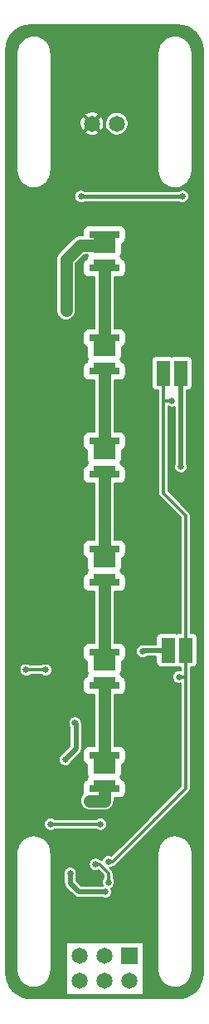
<source format=gtl>
%FSLAX34Y34*%
G04 Gerber Fmt 3.4, Leading zero omitted, Abs format*
G04 (created by PCBNEW (2014-05-28 BZR 4895)-product) date Wed 28 May 2014 04:31:58 PM CEST*
%MOIN*%
G01*
G70*
G90*
G04 APERTURE LIST*
%ADD10C,0.005906*%
%ADD11R,0.065000X0.065000*%
%ADD12C,0.065000*%
%ADD13R,0.090551X0.060236*%
%ADD14R,0.124016X0.027559*%
%ADD15R,0.090551X0.022835*%
%ADD16R,0.055118X0.098425*%
%ADD17C,0.025000*%
%ADD18C,0.020000*%
%ADD19C,0.012000*%
%ADD20C,0.050000*%
%ADD21C,0.016000*%
%ADD22C,0.007874*%
G04 APERTURE END LIST*
G54D10*
G54D11*
X28952Y-52649D03*
G54D12*
X28952Y-53649D03*
X27952Y-52649D03*
X27952Y-53649D03*
X26952Y-52649D03*
X26952Y-53649D03*
G54D13*
X27952Y-45027D03*
G54D14*
X27952Y-44610D03*
G54D15*
X27952Y-45708D03*
G54D14*
X27952Y-45937D03*
G54D13*
X27952Y-40893D03*
G54D14*
X27952Y-40476D03*
G54D15*
X27952Y-41574D03*
G54D14*
X27952Y-41803D03*
G54D13*
X27952Y-36759D03*
G54D14*
X27952Y-36342D03*
G54D15*
X27952Y-37440D03*
G54D14*
X27952Y-37669D03*
G54D13*
X27952Y-32429D03*
G54D14*
X27952Y-32011D03*
G54D15*
X27952Y-33110D03*
G54D14*
X27952Y-33338D03*
G54D13*
X27952Y-28295D03*
G54D14*
X27952Y-27877D03*
G54D15*
X27952Y-28976D03*
G54D14*
X27952Y-29204D03*
G54D13*
X27952Y-24161D03*
G54D14*
X27952Y-23744D03*
G54D15*
X27952Y-24842D03*
G54D14*
X27952Y-25070D03*
G54D16*
X30511Y-40393D03*
X31220Y-40393D03*
X30314Y-29291D03*
X31023Y-29291D03*
G54D12*
X28452Y-19291D03*
X27452Y-19291D03*
G54D17*
X29488Y-40433D03*
X27007Y-22204D03*
X27952Y-46417D03*
X27670Y-46417D03*
X27371Y-46417D03*
X31102Y-22204D03*
X25590Y-41181D03*
X24803Y-41181D03*
X27795Y-47362D03*
X25787Y-47362D03*
X28110Y-49685D03*
X27598Y-48976D03*
X26771Y-43307D03*
X26377Y-44763D03*
X31023Y-33031D03*
X26574Y-49330D03*
X27992Y-50078D03*
X26417Y-25980D03*
X26417Y-26363D03*
X26417Y-26771D03*
X28110Y-48858D03*
X30669Y-30393D03*
X30944Y-41456D03*
G54D18*
X30511Y-40393D02*
X29527Y-40393D01*
G54D19*
X29527Y-40393D02*
X29488Y-40433D01*
G54D18*
X27952Y-45937D02*
X27952Y-45708D01*
G54D20*
X27952Y-45937D02*
X27952Y-46417D01*
X27952Y-46417D02*
X27371Y-46417D01*
G54D21*
X27007Y-22204D02*
X31102Y-22204D01*
G54D19*
X24803Y-41181D02*
X25590Y-41181D01*
X27795Y-47362D02*
X25787Y-47362D01*
X28110Y-49330D02*
X27755Y-48976D01*
X27755Y-48976D02*
X27598Y-48976D01*
X28110Y-49685D02*
X28110Y-49330D01*
G54D18*
X31023Y-33031D02*
X31023Y-29291D01*
X26811Y-43346D02*
X26771Y-43307D01*
X26811Y-44330D02*
X26811Y-43346D01*
X26377Y-44763D02*
X26811Y-44330D01*
X26929Y-50078D02*
X27992Y-50078D01*
X26574Y-49724D02*
X26929Y-50078D01*
X26574Y-49330D02*
X26574Y-49724D01*
X27952Y-24161D02*
X27952Y-23744D01*
G54D20*
X26417Y-26771D02*
X26417Y-25980D01*
X26417Y-25980D02*
X26417Y-24724D01*
X26980Y-24161D02*
X27952Y-24161D01*
X26417Y-24724D02*
X26980Y-24161D01*
G54D18*
X27952Y-41574D02*
X27952Y-41803D01*
X27952Y-45027D02*
X27952Y-44610D01*
G54D20*
X27952Y-44610D02*
X27952Y-41803D01*
G54D18*
X27952Y-37440D02*
X27952Y-37669D01*
X27952Y-40893D02*
X27952Y-40476D01*
G54D20*
X27952Y-40893D02*
X27952Y-37669D01*
G54D18*
X27952Y-33110D02*
X27952Y-33338D01*
X27952Y-36759D02*
X27952Y-36342D01*
G54D20*
X27952Y-36759D02*
X27952Y-33338D01*
G54D18*
X27952Y-28976D02*
X27952Y-29204D01*
X27952Y-32429D02*
X27952Y-32011D01*
G54D20*
X27952Y-32429D02*
X27952Y-29204D01*
G54D18*
X27952Y-24842D02*
X27952Y-25070D01*
X27952Y-28295D02*
X27952Y-27877D01*
G54D20*
X27952Y-28295D02*
X27952Y-25070D01*
G54D19*
X28110Y-48858D02*
X28287Y-48858D01*
X28287Y-48858D02*
X31220Y-45924D01*
X31220Y-45924D02*
X31220Y-45354D01*
X30314Y-30393D02*
X30669Y-30393D01*
X31220Y-41456D02*
X30944Y-41456D01*
X31220Y-41456D02*
X31220Y-40393D01*
X31220Y-45354D02*
X31220Y-41456D01*
X30314Y-29291D02*
X30314Y-30393D01*
X30314Y-30393D02*
X30314Y-34094D01*
X31220Y-35000D02*
X31220Y-40393D01*
X30314Y-34094D02*
X31220Y-35000D01*
G54D22*
G36*
X31909Y-53337D02*
X31889Y-53541D01*
X31832Y-53728D01*
X31741Y-53901D01*
X31692Y-53960D01*
X31692Y-40905D01*
X31692Y-40866D01*
X31692Y-39882D01*
X31685Y-39844D01*
X31670Y-39808D01*
X31648Y-39776D01*
X31621Y-39748D01*
X31589Y-39727D01*
X31553Y-39712D01*
X31515Y-39704D01*
X31476Y-39704D01*
X31418Y-39704D01*
X31418Y-35000D01*
X31416Y-34981D01*
X31414Y-34963D01*
X31414Y-34962D01*
X31414Y-34961D01*
X31409Y-34944D01*
X31404Y-34926D01*
X31403Y-34925D01*
X31403Y-34924D01*
X31394Y-34908D01*
X31386Y-34892D01*
X31385Y-34891D01*
X31385Y-34890D01*
X31373Y-34876D01*
X31362Y-34862D01*
X31360Y-34860D01*
X31360Y-34860D01*
X31360Y-34860D01*
X31360Y-34860D01*
X30512Y-34012D01*
X30512Y-30604D01*
X30540Y-30624D01*
X30587Y-30644D01*
X30638Y-30655D01*
X30689Y-30656D01*
X30740Y-30648D01*
X30785Y-30630D01*
X30785Y-32919D01*
X30771Y-32951D01*
X30761Y-33002D01*
X30760Y-33053D01*
X30769Y-33104D01*
X30788Y-33152D01*
X30816Y-33195D01*
X30852Y-33232D01*
X30894Y-33262D01*
X30942Y-33282D01*
X30992Y-33293D01*
X31043Y-33294D01*
X31094Y-33285D01*
X31142Y-33267D01*
X31186Y-33239D01*
X31223Y-33204D01*
X31253Y-33161D01*
X31274Y-33114D01*
X31285Y-33064D01*
X31286Y-33005D01*
X31276Y-32955D01*
X31261Y-32918D01*
X31261Y-29980D01*
X31318Y-29980D01*
X31356Y-29972D01*
X31392Y-29957D01*
X31424Y-29936D01*
X31452Y-29908D01*
X31473Y-29876D01*
X31488Y-29840D01*
X31496Y-29802D01*
X31496Y-29764D01*
X31496Y-28779D01*
X31488Y-28741D01*
X31476Y-28712D01*
X31476Y-21181D01*
X31476Y-18290D01*
X31476Y-16456D01*
X31476Y-16456D01*
X31476Y-16455D01*
X31476Y-16448D01*
X31475Y-16440D01*
X31475Y-16432D01*
X31475Y-16429D01*
X31464Y-16330D01*
X31460Y-16314D01*
X31457Y-16299D01*
X31456Y-16296D01*
X31456Y-16296D01*
X31426Y-16201D01*
X31420Y-16186D01*
X31414Y-16171D01*
X31413Y-16169D01*
X31413Y-16169D01*
X31364Y-16082D01*
X31355Y-16068D01*
X31346Y-16055D01*
X31345Y-16053D01*
X31345Y-16053D01*
X31345Y-16053D01*
X31281Y-15977D01*
X31269Y-15965D01*
X31258Y-15954D01*
X31256Y-15952D01*
X31256Y-15952D01*
X31256Y-15952D01*
X31178Y-15890D01*
X31165Y-15881D01*
X31151Y-15872D01*
X31149Y-15871D01*
X31149Y-15871D01*
X31149Y-15871D01*
X31061Y-15825D01*
X31046Y-15819D01*
X31031Y-15812D01*
X31029Y-15812D01*
X31029Y-15812D01*
X31029Y-15812D01*
X30933Y-15783D01*
X30917Y-15780D01*
X30901Y-15777D01*
X30899Y-15777D01*
X30799Y-15768D01*
X30783Y-15768D01*
X30767Y-15768D01*
X30765Y-15768D01*
X30665Y-15779D01*
X30650Y-15782D01*
X30634Y-15785D01*
X30632Y-15786D01*
X30632Y-15786D01*
X30632Y-15786D01*
X30536Y-15815D01*
X30521Y-15821D01*
X30506Y-15827D01*
X30504Y-15829D01*
X30504Y-15829D01*
X30504Y-15829D01*
X30416Y-15876D01*
X30403Y-15885D01*
X30390Y-15894D01*
X30388Y-15895D01*
X30388Y-15895D01*
X30388Y-15895D01*
X30311Y-15959D01*
X30299Y-15970D01*
X30288Y-15982D01*
X30286Y-15984D01*
X30223Y-16061D01*
X30214Y-16074D01*
X30205Y-16088D01*
X30204Y-16090D01*
X30204Y-16090D01*
X30204Y-16090D01*
X30204Y-16090D01*
X30157Y-16178D01*
X30151Y-16193D01*
X30145Y-16208D01*
X30144Y-16210D01*
X30115Y-16306D01*
X30112Y-16321D01*
X30109Y-16337D01*
X30109Y-16339D01*
X30109Y-16339D01*
X30109Y-16339D01*
X30099Y-16439D01*
X30099Y-16446D01*
X30098Y-16454D01*
X30098Y-16456D01*
X30098Y-21181D01*
X30098Y-21181D01*
X30098Y-21182D01*
X30098Y-21189D01*
X30099Y-21197D01*
X30099Y-21205D01*
X30099Y-21207D01*
X30110Y-21307D01*
X30114Y-21322D01*
X30117Y-21338D01*
X30117Y-21341D01*
X30148Y-21436D01*
X30154Y-21451D01*
X30160Y-21465D01*
X30161Y-21468D01*
X30161Y-21468D01*
X30161Y-21468D01*
X30209Y-21555D01*
X30218Y-21568D01*
X30227Y-21582D01*
X30229Y-21584D01*
X30229Y-21584D01*
X30229Y-21584D01*
X30229Y-21584D01*
X30293Y-21660D01*
X30305Y-21671D01*
X30316Y-21683D01*
X30318Y-21684D01*
X30318Y-21684D01*
X30318Y-21684D01*
X30318Y-21684D01*
X30396Y-21747D01*
X30409Y-21756D01*
X30422Y-21765D01*
X30425Y-21766D01*
X30425Y-21766D01*
X30425Y-21766D01*
X30513Y-21812D01*
X30528Y-21818D01*
X30543Y-21824D01*
X30545Y-21825D01*
X30545Y-21825D01*
X30641Y-21853D01*
X30657Y-21856D01*
X30672Y-21860D01*
X30675Y-21860D01*
X30675Y-21860D01*
X30774Y-21869D01*
X30790Y-21869D01*
X30807Y-21869D01*
X30809Y-21869D01*
X30908Y-21858D01*
X30924Y-21855D01*
X30940Y-21852D01*
X30942Y-21851D01*
X30942Y-21851D01*
X30942Y-21851D01*
X30942Y-21851D01*
X31038Y-21822D01*
X31052Y-21815D01*
X31067Y-21809D01*
X31069Y-21808D01*
X31070Y-21808D01*
X31070Y-21808D01*
X31070Y-21808D01*
X31157Y-21761D01*
X31171Y-21752D01*
X31184Y-21743D01*
X31186Y-21741D01*
X31186Y-21741D01*
X31186Y-21741D01*
X31186Y-21741D01*
X31263Y-21678D01*
X31274Y-21666D01*
X31286Y-21655D01*
X31287Y-21653D01*
X31287Y-21653D01*
X31287Y-21653D01*
X31287Y-21653D01*
X31350Y-21576D01*
X31359Y-21562D01*
X31368Y-21549D01*
X31370Y-21547D01*
X31370Y-21547D01*
X31370Y-21547D01*
X31370Y-21547D01*
X31417Y-21459D01*
X31423Y-21444D01*
X31429Y-21429D01*
X31430Y-21427D01*
X31430Y-21427D01*
X31459Y-21331D01*
X31462Y-21315D01*
X31465Y-21300D01*
X31465Y-21297D01*
X31465Y-21297D01*
X31465Y-21297D01*
X31465Y-21297D01*
X31475Y-21198D01*
X31475Y-21191D01*
X31476Y-21183D01*
X31476Y-21181D01*
X31476Y-28712D01*
X31473Y-28705D01*
X31452Y-28673D01*
X31424Y-28646D01*
X31392Y-28624D01*
X31365Y-28613D01*
X31365Y-22178D01*
X31355Y-22128D01*
X31335Y-22080D01*
X31306Y-22037D01*
X31270Y-22001D01*
X31227Y-21972D01*
X31180Y-21952D01*
X31129Y-21942D01*
X31078Y-21941D01*
X31027Y-21951D01*
X30980Y-21970D01*
X30955Y-21986D01*
X28915Y-21986D01*
X28915Y-19245D01*
X28897Y-19156D01*
X28863Y-19073D01*
X28813Y-18997D01*
X28749Y-18933D01*
X28673Y-18882D01*
X28590Y-18847D01*
X28501Y-18828D01*
X28410Y-18828D01*
X28321Y-18845D01*
X28237Y-18879D01*
X28161Y-18928D01*
X28096Y-18992D01*
X28045Y-19067D01*
X28009Y-19150D01*
X27990Y-19239D01*
X27989Y-19330D01*
X28005Y-19419D01*
X28039Y-19503D01*
X28088Y-19580D01*
X28151Y-19645D01*
X28225Y-19697D01*
X28309Y-19733D01*
X28397Y-19753D01*
X28488Y-19755D01*
X28577Y-19739D01*
X28662Y-19706D01*
X28739Y-19657D01*
X28804Y-19595D01*
X28857Y-19521D01*
X28894Y-19438D01*
X28914Y-19349D01*
X28915Y-19245D01*
X28915Y-21986D01*
X27937Y-21986D01*
X27937Y-19270D01*
X27923Y-19176D01*
X27892Y-19087D01*
X27866Y-19039D01*
X27794Y-19005D01*
X27738Y-19061D01*
X27738Y-18949D01*
X27704Y-18877D01*
X27619Y-18836D01*
X27527Y-18812D01*
X27432Y-18806D01*
X27338Y-18820D01*
X27248Y-18851D01*
X27200Y-18877D01*
X27166Y-18949D01*
X27452Y-19235D01*
X27738Y-18949D01*
X27738Y-19061D01*
X27508Y-19291D01*
X27794Y-19577D01*
X27866Y-19543D01*
X27908Y-19457D01*
X27931Y-19365D01*
X27937Y-19270D01*
X27937Y-21986D01*
X27738Y-21986D01*
X27738Y-19632D01*
X27452Y-19347D01*
X27397Y-19402D01*
X27397Y-19291D01*
X27111Y-19005D01*
X27038Y-19039D01*
X26997Y-19124D01*
X26973Y-19216D01*
X26968Y-19311D01*
X26981Y-19405D01*
X27013Y-19495D01*
X27038Y-19543D01*
X27111Y-19577D01*
X27397Y-19291D01*
X27397Y-19402D01*
X27166Y-19632D01*
X27200Y-19705D01*
X27286Y-19746D01*
X27378Y-19770D01*
X27473Y-19775D01*
X27567Y-19762D01*
X27656Y-19731D01*
X27704Y-19705D01*
X27738Y-19632D01*
X27738Y-21986D01*
X27154Y-21986D01*
X27133Y-21972D01*
X27085Y-21952D01*
X27035Y-21942D01*
X26983Y-21941D01*
X26933Y-21951D01*
X26885Y-21970D01*
X26842Y-21998D01*
X26805Y-22034D01*
X26776Y-22077D01*
X26756Y-22124D01*
X26745Y-22175D01*
X26744Y-22226D01*
X26754Y-22277D01*
X26773Y-22325D01*
X26800Y-22368D01*
X26836Y-22405D01*
X26879Y-22435D01*
X26926Y-22455D01*
X26976Y-22466D01*
X27028Y-22468D01*
X27078Y-22459D01*
X27126Y-22440D01*
X27155Y-22422D01*
X30955Y-22422D01*
X30973Y-22435D01*
X31020Y-22455D01*
X31071Y-22466D01*
X31122Y-22468D01*
X31173Y-22459D01*
X31221Y-22440D01*
X31264Y-22412D01*
X31302Y-22377D01*
X31331Y-22335D01*
X31352Y-22288D01*
X31364Y-22237D01*
X31365Y-22178D01*
X31365Y-28613D01*
X31356Y-28609D01*
X31318Y-28602D01*
X31279Y-28602D01*
X30728Y-28602D01*
X30690Y-28609D01*
X30669Y-28618D01*
X30647Y-28609D01*
X30609Y-28602D01*
X30571Y-28602D01*
X30019Y-28602D01*
X29981Y-28609D01*
X29946Y-28624D01*
X29913Y-28646D01*
X29886Y-28673D01*
X29864Y-28705D01*
X29850Y-28741D01*
X29842Y-28779D01*
X29842Y-28818D01*
X29842Y-29802D01*
X29850Y-29840D01*
X29864Y-29876D01*
X29886Y-29908D01*
X29913Y-29936D01*
X29946Y-29957D01*
X29981Y-29972D01*
X30019Y-29980D01*
X30058Y-29980D01*
X30117Y-29980D01*
X30117Y-30393D01*
X30117Y-34094D01*
X30118Y-34112D01*
X30120Y-34130D01*
X30120Y-34131D01*
X30120Y-34132D01*
X30126Y-34150D01*
X30131Y-34167D01*
X30131Y-34168D01*
X30132Y-34169D01*
X30140Y-34186D01*
X30149Y-34202D01*
X30149Y-34203D01*
X30150Y-34203D01*
X30161Y-34218D01*
X30173Y-34232D01*
X30174Y-34233D01*
X30174Y-34233D01*
X30174Y-34233D01*
X30175Y-34234D01*
X31022Y-35081D01*
X31022Y-39704D01*
X30925Y-39704D01*
X30887Y-39712D01*
X30866Y-39721D01*
X30844Y-39712D01*
X30806Y-39704D01*
X30768Y-39704D01*
X30216Y-39704D01*
X30178Y-39712D01*
X30142Y-39727D01*
X30110Y-39748D01*
X30083Y-39776D01*
X30061Y-39808D01*
X30046Y-39844D01*
X30039Y-39882D01*
X30039Y-39920D01*
X30039Y-40155D01*
X29527Y-40155D01*
X29481Y-40160D01*
X29436Y-40173D01*
X29432Y-40176D01*
X29413Y-40179D01*
X29365Y-40199D01*
X29322Y-40227D01*
X29285Y-40263D01*
X29256Y-40305D01*
X29236Y-40353D01*
X29225Y-40403D01*
X29225Y-40455D01*
X29234Y-40505D01*
X29253Y-40553D01*
X29281Y-40597D01*
X29317Y-40634D01*
X29359Y-40663D01*
X29406Y-40684D01*
X29456Y-40695D01*
X29508Y-40696D01*
X29559Y-40687D01*
X29607Y-40668D01*
X29650Y-40641D01*
X29660Y-40631D01*
X30039Y-40631D01*
X30039Y-40905D01*
X30046Y-40943D01*
X30061Y-40979D01*
X30083Y-41011D01*
X30110Y-41038D01*
X30142Y-41060D01*
X30178Y-41075D01*
X30216Y-41082D01*
X30255Y-41082D01*
X30806Y-41082D01*
X30844Y-41075D01*
X30866Y-41066D01*
X30887Y-41075D01*
X30925Y-41082D01*
X30964Y-41082D01*
X31022Y-41082D01*
X31022Y-41204D01*
X30972Y-41194D01*
X30920Y-41193D01*
X30870Y-41203D01*
X30822Y-41222D01*
X30779Y-41250D01*
X30742Y-41286D01*
X30713Y-41329D01*
X30693Y-41376D01*
X30682Y-41427D01*
X30681Y-41478D01*
X30691Y-41529D01*
X30710Y-41577D01*
X30737Y-41620D01*
X30773Y-41657D01*
X30816Y-41687D01*
X30863Y-41707D01*
X30913Y-41718D01*
X30965Y-41719D01*
X31015Y-41711D01*
X31022Y-41708D01*
X31022Y-45354D01*
X31022Y-45842D01*
X28809Y-48056D01*
X28809Y-46098D01*
X28809Y-46051D01*
X28809Y-45775D01*
X28799Y-45730D01*
X28782Y-45687D01*
X28756Y-45648D01*
X28723Y-45615D01*
X28684Y-45589D01*
X28641Y-45572D01*
X28641Y-45572D01*
X28641Y-45571D01*
X28632Y-45525D01*
X28614Y-45482D01*
X28600Y-45461D01*
X28614Y-45440D01*
X28632Y-45397D01*
X28641Y-45352D01*
X28641Y-45305D01*
X28641Y-44975D01*
X28641Y-44975D01*
X28684Y-44957D01*
X28723Y-44931D01*
X28756Y-44898D01*
X28782Y-44859D01*
X28799Y-44816D01*
X28809Y-44771D01*
X28809Y-44724D01*
X28809Y-44449D01*
X28799Y-44403D01*
X28782Y-44360D01*
X28756Y-44321D01*
X28723Y-44288D01*
X28684Y-44263D01*
X28641Y-44245D01*
X28596Y-44236D01*
X28549Y-44236D01*
X28340Y-44236D01*
X28340Y-42177D01*
X28596Y-42177D01*
X28641Y-42168D01*
X28684Y-42150D01*
X28723Y-42124D01*
X28756Y-42091D01*
X28782Y-42052D01*
X28799Y-42009D01*
X28809Y-41964D01*
X28809Y-41917D01*
X28809Y-41642D01*
X28799Y-41596D01*
X28782Y-41553D01*
X28756Y-41514D01*
X28723Y-41481D01*
X28684Y-41456D01*
X28641Y-41438D01*
X28641Y-41438D01*
X28641Y-41437D01*
X28632Y-41391D01*
X28614Y-41348D01*
X28600Y-41327D01*
X28614Y-41306D01*
X28632Y-41263D01*
X28641Y-41218D01*
X28641Y-41171D01*
X28641Y-40841D01*
X28641Y-40841D01*
X28684Y-40823D01*
X28723Y-40797D01*
X28756Y-40764D01*
X28782Y-40726D01*
X28799Y-40683D01*
X28809Y-40637D01*
X28809Y-40590D01*
X28809Y-40315D01*
X28799Y-40269D01*
X28782Y-40226D01*
X28756Y-40188D01*
X28723Y-40155D01*
X28684Y-40129D01*
X28641Y-40111D01*
X28596Y-40102D01*
X28549Y-40102D01*
X28340Y-40102D01*
X28340Y-38043D01*
X28596Y-38043D01*
X28641Y-38034D01*
X28684Y-38016D01*
X28723Y-37990D01*
X28756Y-37957D01*
X28782Y-37918D01*
X28799Y-37875D01*
X28809Y-37830D01*
X28809Y-37783D01*
X28809Y-37508D01*
X28799Y-37462D01*
X28782Y-37419D01*
X28756Y-37380D01*
X28723Y-37348D01*
X28684Y-37322D01*
X28641Y-37304D01*
X28641Y-37304D01*
X28641Y-37303D01*
X28632Y-37257D01*
X28614Y-37214D01*
X28600Y-37193D01*
X28614Y-37172D01*
X28632Y-37129D01*
X28641Y-37084D01*
X28641Y-37037D01*
X28641Y-36707D01*
X28641Y-36707D01*
X28684Y-36689D01*
X28723Y-36663D01*
X28756Y-36630D01*
X28782Y-36592D01*
X28799Y-36549D01*
X28809Y-36503D01*
X28809Y-36457D01*
X28809Y-36181D01*
X28799Y-36135D01*
X28782Y-36092D01*
X28756Y-36054D01*
X28723Y-36021D01*
X28684Y-35995D01*
X28641Y-35977D01*
X28596Y-35968D01*
X28549Y-35968D01*
X28340Y-35968D01*
X28340Y-33712D01*
X28596Y-33712D01*
X28641Y-33703D01*
X28684Y-33685D01*
X28723Y-33659D01*
X28756Y-33626D01*
X28782Y-33588D01*
X28799Y-33545D01*
X28809Y-33499D01*
X28809Y-33453D01*
X28809Y-33177D01*
X28799Y-33131D01*
X28782Y-33088D01*
X28756Y-33050D01*
X28723Y-33017D01*
X28684Y-32991D01*
X28641Y-32973D01*
X28641Y-32973D01*
X28641Y-32972D01*
X28632Y-32927D01*
X28614Y-32884D01*
X28600Y-32863D01*
X28614Y-32842D01*
X28632Y-32799D01*
X28641Y-32753D01*
X28641Y-32707D01*
X28641Y-32376D01*
X28641Y-32376D01*
X28684Y-32358D01*
X28723Y-32333D01*
X28756Y-32300D01*
X28782Y-32261D01*
X28799Y-32218D01*
X28809Y-32172D01*
X28809Y-32126D01*
X28809Y-31850D01*
X28799Y-31805D01*
X28782Y-31762D01*
X28756Y-31723D01*
X28723Y-31690D01*
X28684Y-31664D01*
X28641Y-31646D01*
X28596Y-31637D01*
X28549Y-31637D01*
X28340Y-31637D01*
X28340Y-29578D01*
X28596Y-29578D01*
X28641Y-29569D01*
X28684Y-29551D01*
X28723Y-29526D01*
X28756Y-29493D01*
X28782Y-29454D01*
X28799Y-29411D01*
X28809Y-29365D01*
X28809Y-29319D01*
X28809Y-29043D01*
X28799Y-28998D01*
X28782Y-28955D01*
X28756Y-28916D01*
X28723Y-28883D01*
X28684Y-28857D01*
X28641Y-28839D01*
X28641Y-28839D01*
X28641Y-28838D01*
X28632Y-28793D01*
X28614Y-28750D01*
X28600Y-28729D01*
X28614Y-28708D01*
X28632Y-28665D01*
X28641Y-28619D01*
X28641Y-28573D01*
X28641Y-28242D01*
X28641Y-28242D01*
X28684Y-28225D01*
X28723Y-28199D01*
X28756Y-28166D01*
X28782Y-28127D01*
X28799Y-28084D01*
X28809Y-28039D01*
X28809Y-27992D01*
X28809Y-27716D01*
X28799Y-27671D01*
X28782Y-27628D01*
X28756Y-27589D01*
X28723Y-27556D01*
X28684Y-27530D01*
X28641Y-27513D01*
X28596Y-27503D01*
X28549Y-27503D01*
X28340Y-27503D01*
X28340Y-25444D01*
X28596Y-25444D01*
X28641Y-25435D01*
X28684Y-25417D01*
X28723Y-25392D01*
X28756Y-25359D01*
X28782Y-25320D01*
X28799Y-25277D01*
X28809Y-25231D01*
X28809Y-25185D01*
X28809Y-24909D01*
X28799Y-24864D01*
X28782Y-24821D01*
X28756Y-24782D01*
X28723Y-24749D01*
X28684Y-24723D01*
X28641Y-24705D01*
X28641Y-24705D01*
X28641Y-24705D01*
X28632Y-24659D01*
X28614Y-24616D01*
X28600Y-24595D01*
X28614Y-24574D01*
X28632Y-24531D01*
X28641Y-24485D01*
X28641Y-24439D01*
X28641Y-24109D01*
X28641Y-24109D01*
X28684Y-24091D01*
X28723Y-24065D01*
X28756Y-24032D01*
X28782Y-23993D01*
X28799Y-23950D01*
X28809Y-23905D01*
X28809Y-23858D01*
X28809Y-23583D01*
X28799Y-23537D01*
X28782Y-23494D01*
X28756Y-23455D01*
X28723Y-23422D01*
X28684Y-23396D01*
X28641Y-23379D01*
X28596Y-23370D01*
X28549Y-23370D01*
X27309Y-23370D01*
X27263Y-23379D01*
X27220Y-23396D01*
X27182Y-23422D01*
X27149Y-23455D01*
X27123Y-23494D01*
X27105Y-23537D01*
X27096Y-23583D01*
X27096Y-23629D01*
X27096Y-23773D01*
X26980Y-23773D01*
X26944Y-23777D01*
X26908Y-23780D01*
X26907Y-23780D01*
X26904Y-23781D01*
X26870Y-23791D01*
X26836Y-23801D01*
X26834Y-23802D01*
X26832Y-23802D01*
X26800Y-23819D01*
X26769Y-23836D01*
X26767Y-23837D01*
X26765Y-23838D01*
X26737Y-23861D01*
X26709Y-23883D01*
X26707Y-23886D01*
X26707Y-23886D01*
X26707Y-23886D01*
X26706Y-23887D01*
X26143Y-24450D01*
X26120Y-24477D01*
X26097Y-24505D01*
X26096Y-24507D01*
X26095Y-24508D01*
X26078Y-24540D01*
X26060Y-24571D01*
X26060Y-24573D01*
X26059Y-24575D01*
X26048Y-24609D01*
X26038Y-24643D01*
X26037Y-24645D01*
X26037Y-24647D01*
X26033Y-24683D01*
X26029Y-24718D01*
X26029Y-24722D01*
X26029Y-24723D01*
X26029Y-24723D01*
X26029Y-24724D01*
X26029Y-25980D01*
X26029Y-26771D01*
X26036Y-26846D01*
X26058Y-26919D01*
X26094Y-26986D01*
X26142Y-27044D01*
X26200Y-27093D01*
X26267Y-27129D01*
X26339Y-27151D01*
X26414Y-27159D01*
X26489Y-27152D01*
X26562Y-27131D01*
X26629Y-27096D01*
X26688Y-27048D01*
X26737Y-26990D01*
X26773Y-26924D01*
X26796Y-26852D01*
X26805Y-26777D01*
X26805Y-26771D01*
X26805Y-25980D01*
X26805Y-24885D01*
X27140Y-24549D01*
X27280Y-24549D01*
X27290Y-24574D01*
X27304Y-24595D01*
X27290Y-24616D01*
X27272Y-24659D01*
X27263Y-24705D01*
X27263Y-24705D01*
X27263Y-24705D01*
X27220Y-24723D01*
X27182Y-24749D01*
X27149Y-24782D01*
X27123Y-24821D01*
X27105Y-24864D01*
X27096Y-24909D01*
X27096Y-24956D01*
X27096Y-25231D01*
X27105Y-25277D01*
X27123Y-25320D01*
X27149Y-25359D01*
X27182Y-25392D01*
X27220Y-25417D01*
X27263Y-25435D01*
X27309Y-25444D01*
X27355Y-25444D01*
X27564Y-25444D01*
X27564Y-27503D01*
X27309Y-27503D01*
X27263Y-27513D01*
X27220Y-27530D01*
X27182Y-27556D01*
X27149Y-27589D01*
X27123Y-27628D01*
X27105Y-27671D01*
X27096Y-27716D01*
X27096Y-27763D01*
X27096Y-28039D01*
X27105Y-28084D01*
X27123Y-28127D01*
X27149Y-28166D01*
X27182Y-28199D01*
X27220Y-28225D01*
X27263Y-28242D01*
X27263Y-28242D01*
X27263Y-28619D01*
X27272Y-28665D01*
X27290Y-28708D01*
X27304Y-28729D01*
X27290Y-28750D01*
X27272Y-28793D01*
X27263Y-28838D01*
X27263Y-28839D01*
X27263Y-28839D01*
X27220Y-28857D01*
X27182Y-28883D01*
X27149Y-28916D01*
X27123Y-28955D01*
X27105Y-28998D01*
X27096Y-29043D01*
X27096Y-29090D01*
X27096Y-29365D01*
X27105Y-29411D01*
X27123Y-29454D01*
X27149Y-29493D01*
X27182Y-29526D01*
X27220Y-29551D01*
X27263Y-29569D01*
X27309Y-29578D01*
X27355Y-29578D01*
X27564Y-29578D01*
X27564Y-31637D01*
X27309Y-31637D01*
X27263Y-31646D01*
X27220Y-31664D01*
X27182Y-31690D01*
X27149Y-31723D01*
X27123Y-31762D01*
X27105Y-31805D01*
X27096Y-31850D01*
X27096Y-31897D01*
X27096Y-32172D01*
X27105Y-32218D01*
X27123Y-32261D01*
X27149Y-32300D01*
X27182Y-32333D01*
X27220Y-32358D01*
X27263Y-32376D01*
X27263Y-32376D01*
X27263Y-32753D01*
X27272Y-32799D01*
X27290Y-32842D01*
X27304Y-32863D01*
X27290Y-32884D01*
X27272Y-32927D01*
X27263Y-32972D01*
X27263Y-32973D01*
X27263Y-32973D01*
X27220Y-32991D01*
X27182Y-33017D01*
X27149Y-33050D01*
X27123Y-33088D01*
X27105Y-33131D01*
X27096Y-33177D01*
X27096Y-33224D01*
X27096Y-33499D01*
X27105Y-33545D01*
X27123Y-33588D01*
X27149Y-33626D01*
X27182Y-33659D01*
X27220Y-33685D01*
X27263Y-33703D01*
X27309Y-33712D01*
X27355Y-33712D01*
X27564Y-33712D01*
X27564Y-35968D01*
X27309Y-35968D01*
X27263Y-35977D01*
X27220Y-35995D01*
X27182Y-36021D01*
X27149Y-36054D01*
X27123Y-36092D01*
X27105Y-36135D01*
X27096Y-36181D01*
X27096Y-36227D01*
X27096Y-36503D01*
X27105Y-36549D01*
X27123Y-36592D01*
X27149Y-36630D01*
X27182Y-36663D01*
X27220Y-36689D01*
X27263Y-36707D01*
X27263Y-36707D01*
X27263Y-37084D01*
X27272Y-37129D01*
X27290Y-37172D01*
X27304Y-37193D01*
X27290Y-37214D01*
X27272Y-37257D01*
X27263Y-37303D01*
X27263Y-37304D01*
X27263Y-37304D01*
X27220Y-37322D01*
X27182Y-37348D01*
X27149Y-37380D01*
X27123Y-37419D01*
X27105Y-37462D01*
X27096Y-37508D01*
X27096Y-37554D01*
X27096Y-37830D01*
X27105Y-37875D01*
X27123Y-37918D01*
X27149Y-37957D01*
X27182Y-37990D01*
X27220Y-38016D01*
X27263Y-38034D01*
X27309Y-38043D01*
X27355Y-38043D01*
X27564Y-38043D01*
X27564Y-40102D01*
X27309Y-40102D01*
X27263Y-40111D01*
X27220Y-40129D01*
X27182Y-40155D01*
X27149Y-40188D01*
X27123Y-40226D01*
X27105Y-40269D01*
X27096Y-40315D01*
X27096Y-40361D01*
X27096Y-40637D01*
X27105Y-40683D01*
X27123Y-40726D01*
X27149Y-40764D01*
X27182Y-40797D01*
X27220Y-40823D01*
X27263Y-40841D01*
X27263Y-40841D01*
X27263Y-41218D01*
X27272Y-41263D01*
X27290Y-41306D01*
X27304Y-41327D01*
X27290Y-41348D01*
X27272Y-41391D01*
X27263Y-41437D01*
X27263Y-41438D01*
X27263Y-41438D01*
X27220Y-41456D01*
X27182Y-41481D01*
X27149Y-41514D01*
X27123Y-41553D01*
X27105Y-41596D01*
X27096Y-41642D01*
X27096Y-41688D01*
X27096Y-41964D01*
X27105Y-42009D01*
X27123Y-42052D01*
X27149Y-42091D01*
X27182Y-42124D01*
X27220Y-42150D01*
X27263Y-42168D01*
X27309Y-42177D01*
X27355Y-42177D01*
X27564Y-42177D01*
X27564Y-44236D01*
X27309Y-44236D01*
X27263Y-44245D01*
X27220Y-44263D01*
X27182Y-44288D01*
X27149Y-44321D01*
X27123Y-44360D01*
X27105Y-44403D01*
X27096Y-44449D01*
X27096Y-44495D01*
X27096Y-44771D01*
X27105Y-44816D01*
X27123Y-44859D01*
X27149Y-44898D01*
X27182Y-44931D01*
X27220Y-44957D01*
X27263Y-44975D01*
X27263Y-44975D01*
X27263Y-45352D01*
X27272Y-45397D01*
X27290Y-45440D01*
X27304Y-45461D01*
X27290Y-45482D01*
X27272Y-45525D01*
X27263Y-45571D01*
X27263Y-45572D01*
X27263Y-45572D01*
X27220Y-45589D01*
X27182Y-45615D01*
X27149Y-45648D01*
X27123Y-45687D01*
X27105Y-45730D01*
X27096Y-45775D01*
X27096Y-45822D01*
X27096Y-46098D01*
X27104Y-46136D01*
X27097Y-46142D01*
X27049Y-46200D01*
X27048Y-46201D01*
X27048Y-44330D01*
X27048Y-43346D01*
X27046Y-43324D01*
X27044Y-43302D01*
X27044Y-43301D01*
X27044Y-43300D01*
X27037Y-43279D01*
X27031Y-43258D01*
X27031Y-43257D01*
X27030Y-43255D01*
X27028Y-43251D01*
X27024Y-43230D01*
X27004Y-43183D01*
X26976Y-43140D01*
X26939Y-43103D01*
X26897Y-43074D01*
X26849Y-43054D01*
X26799Y-43044D01*
X26747Y-43044D01*
X26697Y-43053D01*
X26649Y-43073D01*
X26606Y-43101D01*
X26569Y-43137D01*
X26540Y-43179D01*
X26519Y-43227D01*
X26509Y-43277D01*
X26508Y-43329D01*
X26517Y-43379D01*
X26536Y-43427D01*
X26564Y-43471D01*
X26573Y-43479D01*
X26573Y-44232D01*
X26289Y-44516D01*
X26255Y-44529D01*
X26212Y-44557D01*
X26175Y-44594D01*
X26146Y-44636D01*
X26126Y-44683D01*
X26115Y-44734D01*
X26114Y-44785D01*
X26124Y-44836D01*
X26143Y-44884D01*
X26171Y-44927D01*
X26206Y-44964D01*
X26249Y-44994D01*
X26296Y-45014D01*
X26346Y-45025D01*
X26398Y-45027D01*
X26448Y-45018D01*
X26497Y-44999D01*
X26540Y-44971D01*
X26577Y-44936D01*
X26607Y-44894D01*
X26626Y-44851D01*
X26979Y-44498D01*
X26993Y-44481D01*
X27007Y-44465D01*
X27007Y-44463D01*
X27008Y-44462D01*
X27019Y-44443D01*
X27029Y-44424D01*
X27029Y-44423D01*
X27030Y-44422D01*
X27036Y-44401D01*
X27043Y-44380D01*
X27043Y-44378D01*
X27044Y-44377D01*
X27046Y-44355D01*
X27048Y-44334D01*
X27048Y-44331D01*
X27048Y-44331D01*
X27048Y-44331D01*
X27048Y-44330D01*
X27048Y-46201D01*
X27013Y-46267D01*
X26991Y-46339D01*
X26983Y-46414D01*
X26990Y-46489D01*
X27011Y-46562D01*
X27046Y-46629D01*
X27094Y-46688D01*
X27152Y-46737D01*
X27218Y-46773D01*
X27290Y-46796D01*
X27365Y-46805D01*
X27371Y-46805D01*
X27952Y-46805D01*
X27989Y-46801D01*
X28025Y-46798D01*
X28026Y-46797D01*
X28028Y-46797D01*
X28063Y-46787D01*
X28098Y-46776D01*
X28099Y-46776D01*
X28100Y-46775D01*
X28132Y-46758D01*
X28165Y-46741D01*
X28166Y-46740D01*
X28167Y-46740D01*
X28195Y-46717D01*
X28224Y-46694D01*
X28224Y-46693D01*
X28226Y-46692D01*
X28249Y-46664D01*
X28272Y-46636D01*
X28273Y-46635D01*
X28274Y-46634D01*
X28291Y-46602D01*
X28309Y-46570D01*
X28309Y-46568D01*
X28310Y-46567D01*
X28321Y-46532D01*
X28332Y-46497D01*
X28332Y-46496D01*
X28332Y-46495D01*
X28336Y-46458D01*
X28340Y-46422D01*
X28340Y-46420D01*
X28340Y-46420D01*
X28340Y-46419D01*
X28340Y-46417D01*
X28340Y-46311D01*
X28596Y-46311D01*
X28641Y-46301D01*
X28684Y-46284D01*
X28723Y-46258D01*
X28756Y-46225D01*
X28782Y-46186D01*
X28799Y-46143D01*
X28809Y-46098D01*
X28809Y-48056D01*
X28238Y-48627D01*
X28235Y-48625D01*
X28188Y-48606D01*
X28137Y-48595D01*
X28086Y-48595D01*
X28058Y-48600D01*
X28058Y-47336D01*
X28048Y-47285D01*
X28028Y-47238D01*
X27999Y-47195D01*
X27963Y-47158D01*
X27920Y-47129D01*
X27873Y-47109D01*
X27822Y-47099D01*
X27771Y-47099D01*
X27720Y-47108D01*
X27672Y-47128D01*
X27629Y-47156D01*
X27621Y-47164D01*
X25961Y-47164D01*
X25955Y-47158D01*
X25912Y-47129D01*
X25865Y-47109D01*
X25853Y-47107D01*
X25853Y-41155D01*
X25843Y-41104D01*
X25823Y-41057D01*
X25807Y-41032D01*
X25807Y-21181D01*
X25807Y-16456D01*
X25807Y-16456D01*
X25807Y-16455D01*
X25807Y-16448D01*
X25806Y-16440D01*
X25806Y-16432D01*
X25805Y-16429D01*
X25794Y-16330D01*
X25791Y-16314D01*
X25788Y-16299D01*
X25787Y-16296D01*
X25787Y-16296D01*
X25757Y-16201D01*
X25751Y-16186D01*
X25744Y-16171D01*
X25743Y-16169D01*
X25743Y-16169D01*
X25695Y-16082D01*
X25686Y-16068D01*
X25677Y-16055D01*
X25676Y-16053D01*
X25676Y-16053D01*
X25676Y-16053D01*
X25611Y-15977D01*
X25600Y-15965D01*
X25589Y-15954D01*
X25587Y-15952D01*
X25587Y-15952D01*
X25587Y-15952D01*
X25509Y-15890D01*
X25495Y-15881D01*
X25482Y-15872D01*
X25480Y-15871D01*
X25480Y-15871D01*
X25480Y-15871D01*
X25391Y-15825D01*
X25377Y-15819D01*
X25362Y-15812D01*
X25359Y-15812D01*
X25359Y-15812D01*
X25359Y-15812D01*
X25264Y-15783D01*
X25248Y-15780D01*
X25232Y-15777D01*
X25230Y-15777D01*
X25130Y-15768D01*
X25114Y-15768D01*
X25098Y-15768D01*
X25096Y-15768D01*
X24996Y-15779D01*
X24980Y-15782D01*
X24965Y-15785D01*
X24962Y-15786D01*
X24962Y-15786D01*
X24962Y-15786D01*
X24867Y-15815D01*
X24852Y-15821D01*
X24837Y-15827D01*
X24835Y-15829D01*
X24835Y-15829D01*
X24835Y-15829D01*
X24747Y-15876D01*
X24734Y-15885D01*
X24720Y-15894D01*
X24718Y-15895D01*
X24718Y-15895D01*
X24718Y-15895D01*
X24642Y-15959D01*
X24630Y-15970D01*
X24619Y-15982D01*
X24617Y-15984D01*
X24554Y-16061D01*
X24545Y-16074D01*
X24536Y-16088D01*
X24535Y-16090D01*
X24535Y-16090D01*
X24535Y-16090D01*
X24535Y-16090D01*
X24488Y-16178D01*
X24482Y-16193D01*
X24476Y-16208D01*
X24475Y-16210D01*
X24446Y-16306D01*
X24443Y-16321D01*
X24439Y-16337D01*
X24439Y-16339D01*
X24439Y-16339D01*
X24439Y-16339D01*
X24429Y-16439D01*
X24429Y-16446D01*
X24429Y-16454D01*
X24429Y-16456D01*
X24429Y-21181D01*
X24429Y-21181D01*
X24429Y-21182D01*
X24429Y-21189D01*
X24430Y-21197D01*
X24430Y-21205D01*
X24430Y-21207D01*
X24441Y-21307D01*
X24444Y-21322D01*
X24447Y-21338D01*
X24448Y-21341D01*
X24478Y-21436D01*
X24485Y-21451D01*
X24491Y-21465D01*
X24492Y-21468D01*
X24492Y-21468D01*
X24492Y-21468D01*
X24540Y-21555D01*
X24549Y-21568D01*
X24558Y-21582D01*
X24560Y-21584D01*
X24560Y-21584D01*
X24560Y-21584D01*
X24560Y-21584D01*
X24624Y-21660D01*
X24635Y-21671D01*
X24647Y-21683D01*
X24649Y-21684D01*
X24649Y-21684D01*
X24649Y-21684D01*
X24649Y-21684D01*
X24726Y-21747D01*
X24740Y-21756D01*
X24753Y-21765D01*
X24755Y-21766D01*
X24755Y-21766D01*
X24755Y-21766D01*
X24844Y-21812D01*
X24859Y-21818D01*
X24873Y-21824D01*
X24876Y-21825D01*
X24876Y-21825D01*
X24972Y-21853D01*
X24987Y-21856D01*
X25003Y-21860D01*
X25006Y-21860D01*
X25006Y-21860D01*
X25105Y-21869D01*
X25121Y-21869D01*
X25137Y-21869D01*
X25140Y-21869D01*
X25239Y-21858D01*
X25255Y-21855D01*
X25271Y-21852D01*
X25273Y-21851D01*
X25273Y-21851D01*
X25273Y-21851D01*
X25273Y-21851D01*
X25368Y-21822D01*
X25383Y-21815D01*
X25398Y-21809D01*
X25400Y-21808D01*
X25400Y-21808D01*
X25400Y-21808D01*
X25400Y-21808D01*
X25488Y-21761D01*
X25501Y-21752D01*
X25515Y-21743D01*
X25517Y-21741D01*
X25517Y-21741D01*
X25517Y-21741D01*
X25517Y-21741D01*
X25594Y-21678D01*
X25605Y-21666D01*
X25616Y-21655D01*
X25618Y-21653D01*
X25618Y-21653D01*
X25618Y-21653D01*
X25618Y-21653D01*
X25681Y-21576D01*
X25690Y-21562D01*
X25699Y-21549D01*
X25700Y-21547D01*
X25700Y-21547D01*
X25700Y-21547D01*
X25700Y-21547D01*
X25747Y-21459D01*
X25753Y-21444D01*
X25760Y-21429D01*
X25760Y-21427D01*
X25760Y-21427D01*
X25789Y-21331D01*
X25792Y-21315D01*
X25796Y-21300D01*
X25796Y-21297D01*
X25796Y-21297D01*
X25796Y-21297D01*
X25796Y-21297D01*
X25806Y-21198D01*
X25806Y-21191D01*
X25807Y-21183D01*
X25807Y-21181D01*
X25807Y-41032D01*
X25795Y-41014D01*
X25758Y-40977D01*
X25716Y-40948D01*
X25668Y-40928D01*
X25618Y-40918D01*
X25566Y-40918D01*
X25515Y-40927D01*
X25468Y-40947D01*
X25425Y-40975D01*
X25416Y-40983D01*
X24977Y-40983D01*
X24971Y-40977D01*
X24928Y-40948D01*
X24881Y-40928D01*
X24830Y-40918D01*
X24779Y-40918D01*
X24728Y-40927D01*
X24680Y-40947D01*
X24637Y-40975D01*
X24600Y-41011D01*
X24571Y-41053D01*
X24551Y-41101D01*
X24540Y-41151D01*
X24540Y-41203D01*
X24549Y-41253D01*
X24568Y-41301D01*
X24596Y-41345D01*
X24632Y-41382D01*
X24674Y-41411D01*
X24721Y-41432D01*
X24771Y-41443D01*
X24823Y-41444D01*
X24874Y-41435D01*
X24922Y-41416D01*
X24965Y-41389D01*
X24976Y-41378D01*
X25416Y-41378D01*
X25419Y-41382D01*
X25461Y-41411D01*
X25508Y-41432D01*
X25559Y-41443D01*
X25610Y-41444D01*
X25661Y-41435D01*
X25709Y-41416D01*
X25753Y-41389D01*
X25790Y-41353D01*
X25820Y-41311D01*
X25841Y-41264D01*
X25852Y-41214D01*
X25853Y-41155D01*
X25853Y-47107D01*
X25815Y-47099D01*
X25763Y-47099D01*
X25712Y-47108D01*
X25665Y-47128D01*
X25621Y-47156D01*
X25585Y-47192D01*
X25555Y-47234D01*
X25535Y-47282D01*
X25524Y-47332D01*
X25524Y-47384D01*
X25533Y-47434D01*
X25552Y-47482D01*
X25580Y-47526D01*
X25616Y-47563D01*
X25658Y-47592D01*
X25705Y-47613D01*
X25756Y-47624D01*
X25807Y-47625D01*
X25858Y-47616D01*
X25906Y-47597D01*
X25949Y-47570D01*
X25960Y-47560D01*
X27620Y-47560D01*
X27624Y-47563D01*
X27666Y-47592D01*
X27713Y-47613D01*
X27764Y-47624D01*
X27815Y-47625D01*
X27866Y-47616D01*
X27914Y-47597D01*
X27957Y-47570D01*
X27995Y-47534D01*
X28024Y-47492D01*
X28045Y-47445D01*
X28057Y-47395D01*
X28058Y-47336D01*
X28058Y-48600D01*
X28035Y-48604D01*
X27987Y-48624D01*
X27944Y-48652D01*
X27907Y-48688D01*
X27878Y-48731D01*
X27858Y-48778D01*
X27852Y-48805D01*
X27849Y-48803D01*
X27833Y-48794D01*
X27832Y-48794D01*
X27831Y-48793D01*
X27814Y-48788D01*
X27797Y-48782D01*
X27795Y-48782D01*
X27795Y-48782D01*
X27776Y-48780D01*
X27774Y-48780D01*
X27766Y-48772D01*
X27724Y-48744D01*
X27676Y-48724D01*
X27626Y-48713D01*
X27574Y-48713D01*
X27523Y-48723D01*
X27476Y-48742D01*
X27432Y-48770D01*
X27396Y-48806D01*
X27367Y-48849D01*
X27346Y-48896D01*
X27336Y-48946D01*
X27335Y-48998D01*
X27344Y-49049D01*
X27363Y-49097D01*
X27391Y-49140D01*
X27427Y-49177D01*
X27469Y-49206D01*
X27516Y-49227D01*
X27567Y-49238D01*
X27618Y-49239D01*
X27669Y-49230D01*
X27713Y-49213D01*
X27912Y-49412D01*
X27912Y-49510D01*
X27907Y-49515D01*
X27878Y-49557D01*
X27858Y-49605D01*
X27847Y-49655D01*
X27847Y-49707D01*
X27856Y-49757D01*
X27875Y-49805D01*
X27894Y-49834D01*
X27879Y-49840D01*
X27027Y-49840D01*
X26812Y-49625D01*
X26812Y-49442D01*
X26825Y-49414D01*
X26836Y-49363D01*
X26837Y-49304D01*
X26827Y-49254D01*
X26807Y-49206D01*
X26779Y-49163D01*
X26743Y-49127D01*
X26700Y-49098D01*
X26652Y-49078D01*
X26602Y-49068D01*
X26550Y-49067D01*
X26500Y-49077D01*
X26452Y-49096D01*
X26409Y-49124D01*
X26372Y-49160D01*
X26343Y-49203D01*
X26323Y-49250D01*
X26312Y-49301D01*
X26311Y-49352D01*
X26320Y-49403D01*
X26337Y-49444D01*
X26337Y-49724D01*
X26339Y-49746D01*
X26341Y-49768D01*
X26341Y-49769D01*
X26341Y-49770D01*
X26347Y-49791D01*
X26354Y-49812D01*
X26354Y-49813D01*
X26354Y-49815D01*
X26365Y-49834D01*
X26375Y-49853D01*
X26376Y-49854D01*
X26376Y-49856D01*
X26390Y-49873D01*
X26404Y-49890D01*
X26406Y-49891D01*
X26406Y-49891D01*
X26406Y-49891D01*
X26406Y-49892D01*
X26760Y-50246D01*
X26777Y-50260D01*
X26794Y-50274D01*
X26795Y-50275D01*
X26796Y-50276D01*
X26816Y-50286D01*
X26835Y-50297D01*
X26836Y-50297D01*
X26837Y-50298D01*
X26858Y-50304D01*
X26879Y-50311D01*
X26880Y-50311D01*
X26882Y-50311D01*
X26903Y-50314D01*
X26925Y-50316D01*
X26928Y-50316D01*
X26928Y-50316D01*
X26928Y-50316D01*
X26929Y-50316D01*
X27879Y-50316D01*
X27910Y-50329D01*
X27960Y-50340D01*
X28012Y-50342D01*
X28063Y-50333D01*
X28111Y-50314D01*
X28154Y-50286D01*
X28192Y-50251D01*
X28221Y-50209D01*
X28242Y-50162D01*
X28254Y-50111D01*
X28254Y-50052D01*
X28244Y-50002D01*
X28225Y-49954D01*
X28208Y-49928D01*
X28229Y-49920D01*
X28272Y-49893D01*
X28310Y-49857D01*
X28339Y-49815D01*
X28360Y-49768D01*
X28372Y-49718D01*
X28373Y-49659D01*
X28363Y-49608D01*
X28343Y-49561D01*
X28314Y-49518D01*
X28308Y-49511D01*
X28308Y-49330D01*
X28306Y-49312D01*
X28304Y-49294D01*
X28304Y-49293D01*
X28304Y-49292D01*
X28298Y-49274D01*
X28293Y-49257D01*
X28293Y-49256D01*
X28293Y-49255D01*
X28284Y-49239D01*
X28276Y-49222D01*
X28275Y-49222D01*
X28274Y-49221D01*
X28263Y-49207D01*
X28252Y-49192D01*
X28250Y-49191D01*
X28250Y-49191D01*
X28250Y-49191D01*
X28250Y-49190D01*
X28173Y-49114D01*
X28181Y-49112D01*
X28229Y-49093D01*
X28272Y-49066D01*
X28283Y-49056D01*
X28287Y-49056D01*
X28305Y-49054D01*
X28323Y-49052D01*
X28324Y-49052D01*
X28325Y-49052D01*
X28342Y-49047D01*
X28360Y-49041D01*
X28361Y-49041D01*
X28362Y-49041D01*
X28378Y-49032D01*
X28394Y-49024D01*
X28395Y-49023D01*
X28396Y-49023D01*
X28410Y-49011D01*
X28424Y-49000D01*
X28426Y-48998D01*
X28426Y-48998D01*
X28426Y-48998D01*
X28426Y-48998D01*
X31360Y-46064D01*
X31371Y-46050D01*
X31383Y-46036D01*
X31384Y-46035D01*
X31384Y-46034D01*
X31393Y-46018D01*
X31402Y-46002D01*
X31402Y-46001D01*
X31403Y-46000D01*
X31408Y-45983D01*
X31413Y-45965D01*
X31414Y-45964D01*
X31414Y-45963D01*
X31416Y-45945D01*
X31418Y-45927D01*
X31418Y-45925D01*
X31418Y-45925D01*
X31418Y-45925D01*
X31418Y-45924D01*
X31418Y-45354D01*
X31418Y-41456D01*
X31418Y-41082D01*
X31515Y-41082D01*
X31553Y-41075D01*
X31589Y-41060D01*
X31621Y-41038D01*
X31648Y-41011D01*
X31670Y-40979D01*
X31685Y-40943D01*
X31692Y-40905D01*
X31692Y-53960D01*
X31617Y-54053D01*
X31476Y-54169D01*
X31476Y-53228D01*
X31476Y-48502D01*
X31476Y-48502D01*
X31476Y-48495D01*
X31475Y-48487D01*
X31475Y-48479D01*
X31475Y-48477D01*
X31464Y-48377D01*
X31460Y-48362D01*
X31457Y-48346D01*
X31456Y-48343D01*
X31456Y-48343D01*
X31426Y-48248D01*
X31420Y-48233D01*
X31414Y-48219D01*
X31413Y-48216D01*
X31413Y-48216D01*
X31364Y-48129D01*
X31355Y-48116D01*
X31346Y-48102D01*
X31345Y-48100D01*
X31345Y-48100D01*
X31345Y-48100D01*
X31281Y-48024D01*
X31269Y-48013D01*
X31258Y-48001D01*
X31256Y-48000D01*
X31256Y-48000D01*
X31256Y-48000D01*
X31178Y-47937D01*
X31165Y-47928D01*
X31151Y-47919D01*
X31149Y-47918D01*
X31149Y-47918D01*
X31149Y-47918D01*
X31061Y-47872D01*
X31046Y-47866D01*
X31031Y-47860D01*
X31029Y-47859D01*
X31029Y-47859D01*
X31029Y-47859D01*
X30933Y-47831D01*
X30917Y-47828D01*
X30901Y-47824D01*
X30899Y-47824D01*
X30799Y-47815D01*
X30783Y-47815D01*
X30767Y-47815D01*
X30765Y-47815D01*
X30665Y-47826D01*
X30650Y-47829D01*
X30634Y-47832D01*
X30632Y-47833D01*
X30632Y-47833D01*
X30632Y-47833D01*
X30536Y-47862D01*
X30521Y-47869D01*
X30506Y-47875D01*
X30504Y-47876D01*
X30504Y-47876D01*
X30504Y-47876D01*
X30416Y-47923D01*
X30403Y-47932D01*
X30390Y-47941D01*
X30388Y-47943D01*
X30388Y-47943D01*
X30388Y-47943D01*
X30311Y-48006D01*
X30299Y-48018D01*
X30288Y-48029D01*
X30286Y-48031D01*
X30223Y-48108D01*
X30214Y-48122D01*
X30205Y-48135D01*
X30204Y-48137D01*
X30204Y-48137D01*
X30204Y-48137D01*
X30204Y-48137D01*
X30157Y-48225D01*
X30151Y-48240D01*
X30145Y-48255D01*
X30144Y-48257D01*
X30115Y-48353D01*
X30112Y-48369D01*
X30109Y-48384D01*
X30109Y-48387D01*
X30109Y-48387D01*
X30109Y-48387D01*
X30099Y-48486D01*
X30099Y-48493D01*
X30098Y-48501D01*
X30098Y-48503D01*
X30098Y-53228D01*
X30098Y-53228D01*
X30098Y-53229D01*
X30098Y-53236D01*
X30099Y-53244D01*
X30099Y-53252D01*
X30099Y-53255D01*
X30110Y-53354D01*
X30114Y-53370D01*
X30117Y-53385D01*
X30117Y-53388D01*
X30148Y-53483D01*
X30154Y-53498D01*
X30160Y-53513D01*
X30161Y-53515D01*
X30161Y-53515D01*
X30161Y-53515D01*
X30209Y-53602D01*
X30218Y-53616D01*
X30227Y-53629D01*
X30229Y-53631D01*
X30229Y-53631D01*
X30229Y-53631D01*
X30229Y-53631D01*
X30293Y-53707D01*
X30305Y-53719D01*
X30316Y-53730D01*
X30318Y-53732D01*
X30318Y-53732D01*
X30318Y-53732D01*
X30318Y-53732D01*
X30396Y-53794D01*
X30409Y-53803D01*
X30422Y-53812D01*
X30425Y-53813D01*
X30425Y-53813D01*
X30425Y-53813D01*
X30513Y-53859D01*
X30528Y-53865D01*
X30543Y-53872D01*
X30545Y-53872D01*
X30545Y-53872D01*
X30641Y-53901D01*
X30657Y-53904D01*
X30672Y-53907D01*
X30675Y-53907D01*
X30675Y-53907D01*
X30774Y-53916D01*
X30790Y-53916D01*
X30807Y-53916D01*
X30809Y-53916D01*
X30908Y-53905D01*
X30924Y-53902D01*
X30940Y-53899D01*
X30942Y-53898D01*
X30942Y-53898D01*
X30942Y-53898D01*
X30942Y-53898D01*
X31038Y-53869D01*
X31052Y-53863D01*
X31067Y-53857D01*
X31069Y-53856D01*
X31070Y-53856D01*
X31070Y-53856D01*
X31070Y-53856D01*
X31157Y-53808D01*
X31171Y-53799D01*
X31184Y-53790D01*
X31186Y-53789D01*
X31186Y-53789D01*
X31186Y-53789D01*
X31186Y-53789D01*
X31263Y-53725D01*
X31274Y-53714D01*
X31286Y-53702D01*
X31287Y-53700D01*
X31287Y-53700D01*
X31287Y-53700D01*
X31287Y-53700D01*
X31350Y-53623D01*
X31359Y-53610D01*
X31368Y-53596D01*
X31370Y-53594D01*
X31370Y-53594D01*
X31370Y-53594D01*
X31370Y-53594D01*
X31417Y-53506D01*
X31423Y-53491D01*
X31429Y-53476D01*
X31430Y-53474D01*
X31430Y-53474D01*
X31459Y-53378D01*
X31462Y-53363D01*
X31465Y-53347D01*
X31465Y-53345D01*
X31465Y-53345D01*
X31465Y-53345D01*
X31465Y-53345D01*
X31475Y-53245D01*
X31475Y-53238D01*
X31476Y-53230D01*
X31476Y-53228D01*
X31476Y-54169D01*
X31466Y-54178D01*
X31294Y-54271D01*
X31107Y-54329D01*
X30904Y-54350D01*
X29507Y-54350D01*
X29507Y-54192D01*
X29507Y-52106D01*
X26437Y-52106D01*
X26437Y-54192D01*
X29507Y-54192D01*
X29507Y-54350D01*
X25807Y-54350D01*
X25807Y-53228D01*
X25807Y-48503D01*
X25807Y-48503D01*
X25807Y-48502D01*
X25807Y-48495D01*
X25806Y-48487D01*
X25806Y-48479D01*
X25805Y-48477D01*
X25794Y-48377D01*
X25791Y-48362D01*
X25788Y-48346D01*
X25787Y-48343D01*
X25787Y-48343D01*
X25757Y-48248D01*
X25751Y-48233D01*
X25744Y-48219D01*
X25743Y-48216D01*
X25743Y-48216D01*
X25695Y-48129D01*
X25686Y-48116D01*
X25677Y-48102D01*
X25676Y-48100D01*
X25676Y-48100D01*
X25676Y-48100D01*
X25611Y-48024D01*
X25600Y-48013D01*
X25589Y-48001D01*
X25587Y-48000D01*
X25587Y-48000D01*
X25587Y-48000D01*
X25509Y-47937D01*
X25495Y-47928D01*
X25482Y-47919D01*
X25480Y-47918D01*
X25480Y-47918D01*
X25480Y-47918D01*
X25391Y-47872D01*
X25377Y-47866D01*
X25362Y-47860D01*
X25359Y-47859D01*
X25359Y-47859D01*
X25359Y-47859D01*
X25264Y-47831D01*
X25248Y-47828D01*
X25232Y-47824D01*
X25230Y-47824D01*
X25130Y-47815D01*
X25114Y-47815D01*
X25098Y-47815D01*
X25096Y-47815D01*
X24996Y-47826D01*
X24980Y-47829D01*
X24965Y-47832D01*
X24962Y-47833D01*
X24962Y-47833D01*
X24962Y-47833D01*
X24867Y-47862D01*
X24852Y-47869D01*
X24837Y-47875D01*
X24835Y-47876D01*
X24835Y-47876D01*
X24835Y-47876D01*
X24747Y-47923D01*
X24734Y-47932D01*
X24720Y-47941D01*
X24718Y-47943D01*
X24718Y-47943D01*
X24718Y-47943D01*
X24642Y-48006D01*
X24630Y-48018D01*
X24619Y-48029D01*
X24617Y-48031D01*
X24554Y-48108D01*
X24545Y-48122D01*
X24536Y-48135D01*
X24535Y-48137D01*
X24535Y-48137D01*
X24535Y-48137D01*
X24535Y-48137D01*
X24488Y-48225D01*
X24482Y-48240D01*
X24476Y-48255D01*
X24475Y-48257D01*
X24446Y-48353D01*
X24443Y-48369D01*
X24439Y-48384D01*
X24439Y-48387D01*
X24439Y-48387D01*
X24439Y-48387D01*
X24429Y-48486D01*
X24429Y-48493D01*
X24429Y-48500D01*
X24429Y-48503D01*
X24429Y-53228D01*
X24429Y-53228D01*
X24429Y-53229D01*
X24429Y-53236D01*
X24430Y-53244D01*
X24430Y-53252D01*
X24430Y-53255D01*
X24441Y-53354D01*
X24444Y-53370D01*
X24447Y-53385D01*
X24448Y-53388D01*
X24478Y-53483D01*
X24485Y-53498D01*
X24491Y-53513D01*
X24492Y-53515D01*
X24492Y-53515D01*
X24492Y-53515D01*
X24540Y-53602D01*
X24549Y-53616D01*
X24558Y-53629D01*
X24560Y-53631D01*
X24560Y-53631D01*
X24560Y-53631D01*
X24560Y-53631D01*
X24624Y-53707D01*
X24635Y-53719D01*
X24647Y-53730D01*
X24649Y-53732D01*
X24649Y-53732D01*
X24649Y-53732D01*
X24649Y-53732D01*
X24726Y-53794D01*
X24740Y-53803D01*
X24753Y-53812D01*
X24755Y-53813D01*
X24755Y-53813D01*
X24755Y-53813D01*
X24844Y-53859D01*
X24859Y-53865D01*
X24873Y-53872D01*
X24876Y-53872D01*
X24876Y-53872D01*
X24972Y-53901D01*
X24987Y-53904D01*
X25003Y-53907D01*
X25006Y-53907D01*
X25006Y-53907D01*
X25105Y-53916D01*
X25121Y-53916D01*
X25137Y-53916D01*
X25140Y-53916D01*
X25239Y-53905D01*
X25255Y-53902D01*
X25271Y-53899D01*
X25273Y-53898D01*
X25273Y-53898D01*
X25273Y-53898D01*
X25273Y-53898D01*
X25368Y-53869D01*
X25383Y-53863D01*
X25398Y-53857D01*
X25400Y-53856D01*
X25400Y-53856D01*
X25400Y-53856D01*
X25400Y-53856D01*
X25488Y-53808D01*
X25501Y-53799D01*
X25515Y-53790D01*
X25517Y-53789D01*
X25517Y-53789D01*
X25517Y-53789D01*
X25517Y-53789D01*
X25594Y-53725D01*
X25605Y-53714D01*
X25616Y-53702D01*
X25618Y-53700D01*
X25618Y-53700D01*
X25618Y-53700D01*
X25618Y-53700D01*
X25681Y-53623D01*
X25690Y-53610D01*
X25699Y-53596D01*
X25700Y-53594D01*
X25700Y-53594D01*
X25700Y-53594D01*
X25700Y-53594D01*
X25747Y-53506D01*
X25753Y-53491D01*
X25760Y-53476D01*
X25760Y-53474D01*
X25760Y-53474D01*
X25789Y-53378D01*
X25792Y-53363D01*
X25796Y-53347D01*
X25796Y-53345D01*
X25796Y-53345D01*
X25796Y-53345D01*
X25796Y-53345D01*
X25806Y-53245D01*
X25806Y-53238D01*
X25807Y-53230D01*
X25807Y-53228D01*
X25807Y-54350D01*
X25008Y-54350D01*
X24805Y-54330D01*
X24617Y-54273D01*
X24444Y-54181D01*
X24293Y-54058D01*
X24168Y-53907D01*
X24075Y-53735D01*
X24017Y-53548D01*
X23996Y-53345D01*
X23996Y-16347D01*
X24016Y-16143D01*
X24072Y-15956D01*
X24164Y-15783D01*
X24288Y-15631D01*
X24439Y-15506D01*
X24611Y-15413D01*
X24798Y-15355D01*
X25001Y-15334D01*
X30896Y-15334D01*
X31100Y-15354D01*
X31287Y-15411D01*
X31460Y-15503D01*
X31612Y-15626D01*
X31737Y-15777D01*
X31830Y-15949D01*
X31888Y-16136D01*
X31909Y-16339D01*
X31909Y-53337D01*
X31909Y-53337D01*
G37*
X31909Y-53337D02*
X31889Y-53541D01*
X31832Y-53728D01*
X31741Y-53901D01*
X31692Y-53960D01*
X31692Y-40905D01*
X31692Y-40866D01*
X31692Y-39882D01*
X31685Y-39844D01*
X31670Y-39808D01*
X31648Y-39776D01*
X31621Y-39748D01*
X31589Y-39727D01*
X31553Y-39712D01*
X31515Y-39704D01*
X31476Y-39704D01*
X31418Y-39704D01*
X31418Y-35000D01*
X31416Y-34981D01*
X31414Y-34963D01*
X31414Y-34962D01*
X31414Y-34961D01*
X31409Y-34944D01*
X31404Y-34926D01*
X31403Y-34925D01*
X31403Y-34924D01*
X31394Y-34908D01*
X31386Y-34892D01*
X31385Y-34891D01*
X31385Y-34890D01*
X31373Y-34876D01*
X31362Y-34862D01*
X31360Y-34860D01*
X31360Y-34860D01*
X31360Y-34860D01*
X31360Y-34860D01*
X30512Y-34012D01*
X30512Y-30604D01*
X30540Y-30624D01*
X30587Y-30644D01*
X30638Y-30655D01*
X30689Y-30656D01*
X30740Y-30648D01*
X30785Y-30630D01*
X30785Y-32919D01*
X30771Y-32951D01*
X30761Y-33002D01*
X30760Y-33053D01*
X30769Y-33104D01*
X30788Y-33152D01*
X30816Y-33195D01*
X30852Y-33232D01*
X30894Y-33262D01*
X30942Y-33282D01*
X30992Y-33293D01*
X31043Y-33294D01*
X31094Y-33285D01*
X31142Y-33267D01*
X31186Y-33239D01*
X31223Y-33204D01*
X31253Y-33161D01*
X31274Y-33114D01*
X31285Y-33064D01*
X31286Y-33005D01*
X31276Y-32955D01*
X31261Y-32918D01*
X31261Y-29980D01*
X31318Y-29980D01*
X31356Y-29972D01*
X31392Y-29957D01*
X31424Y-29936D01*
X31452Y-29908D01*
X31473Y-29876D01*
X31488Y-29840D01*
X31496Y-29802D01*
X31496Y-29764D01*
X31496Y-28779D01*
X31488Y-28741D01*
X31476Y-28712D01*
X31476Y-21181D01*
X31476Y-18290D01*
X31476Y-16456D01*
X31476Y-16456D01*
X31476Y-16455D01*
X31476Y-16448D01*
X31475Y-16440D01*
X31475Y-16432D01*
X31475Y-16429D01*
X31464Y-16330D01*
X31460Y-16314D01*
X31457Y-16299D01*
X31456Y-16296D01*
X31456Y-16296D01*
X31426Y-16201D01*
X31420Y-16186D01*
X31414Y-16171D01*
X31413Y-16169D01*
X31413Y-16169D01*
X31364Y-16082D01*
X31355Y-16068D01*
X31346Y-16055D01*
X31345Y-16053D01*
X31345Y-16053D01*
X31345Y-16053D01*
X31281Y-15977D01*
X31269Y-15965D01*
X31258Y-15954D01*
X31256Y-15952D01*
X31256Y-15952D01*
X31256Y-15952D01*
X31178Y-15890D01*
X31165Y-15881D01*
X31151Y-15872D01*
X31149Y-15871D01*
X31149Y-15871D01*
X31149Y-15871D01*
X31061Y-15825D01*
X31046Y-15819D01*
X31031Y-15812D01*
X31029Y-15812D01*
X31029Y-15812D01*
X31029Y-15812D01*
X30933Y-15783D01*
X30917Y-15780D01*
X30901Y-15777D01*
X30899Y-15777D01*
X30799Y-15768D01*
X30783Y-15768D01*
X30767Y-15768D01*
X30765Y-15768D01*
X30665Y-15779D01*
X30650Y-15782D01*
X30634Y-15785D01*
X30632Y-15786D01*
X30632Y-15786D01*
X30632Y-15786D01*
X30536Y-15815D01*
X30521Y-15821D01*
X30506Y-15827D01*
X30504Y-15829D01*
X30504Y-15829D01*
X30504Y-15829D01*
X30416Y-15876D01*
X30403Y-15885D01*
X30390Y-15894D01*
X30388Y-15895D01*
X30388Y-15895D01*
X30388Y-15895D01*
X30311Y-15959D01*
X30299Y-15970D01*
X30288Y-15982D01*
X30286Y-15984D01*
X30223Y-16061D01*
X30214Y-16074D01*
X30205Y-16088D01*
X30204Y-16090D01*
X30204Y-16090D01*
X30204Y-16090D01*
X30204Y-16090D01*
X30157Y-16178D01*
X30151Y-16193D01*
X30145Y-16208D01*
X30144Y-16210D01*
X30115Y-16306D01*
X30112Y-16321D01*
X30109Y-16337D01*
X30109Y-16339D01*
X30109Y-16339D01*
X30109Y-16339D01*
X30099Y-16439D01*
X30099Y-16446D01*
X30098Y-16454D01*
X30098Y-16456D01*
X30098Y-21181D01*
X30098Y-21181D01*
X30098Y-21182D01*
X30098Y-21189D01*
X30099Y-21197D01*
X30099Y-21205D01*
X30099Y-21207D01*
X30110Y-21307D01*
X30114Y-21322D01*
X30117Y-21338D01*
X30117Y-21341D01*
X30148Y-21436D01*
X30154Y-21451D01*
X30160Y-21465D01*
X30161Y-21468D01*
X30161Y-21468D01*
X30161Y-21468D01*
X30209Y-21555D01*
X30218Y-21568D01*
X30227Y-21582D01*
X30229Y-21584D01*
X30229Y-21584D01*
X30229Y-21584D01*
X30229Y-21584D01*
X30293Y-21660D01*
X30305Y-21671D01*
X30316Y-21683D01*
X30318Y-21684D01*
X30318Y-21684D01*
X30318Y-21684D01*
X30318Y-21684D01*
X30396Y-21747D01*
X30409Y-21756D01*
X30422Y-21765D01*
X30425Y-21766D01*
X30425Y-21766D01*
X30425Y-21766D01*
X30513Y-21812D01*
X30528Y-21818D01*
X30543Y-21824D01*
X30545Y-21825D01*
X30545Y-21825D01*
X30641Y-21853D01*
X30657Y-21856D01*
X30672Y-21860D01*
X30675Y-21860D01*
X30675Y-21860D01*
X30774Y-21869D01*
X30790Y-21869D01*
X30807Y-21869D01*
X30809Y-21869D01*
X30908Y-21858D01*
X30924Y-21855D01*
X30940Y-21852D01*
X30942Y-21851D01*
X30942Y-21851D01*
X30942Y-21851D01*
X30942Y-21851D01*
X31038Y-21822D01*
X31052Y-21815D01*
X31067Y-21809D01*
X31069Y-21808D01*
X31070Y-21808D01*
X31070Y-21808D01*
X31070Y-21808D01*
X31157Y-21761D01*
X31171Y-21752D01*
X31184Y-21743D01*
X31186Y-21741D01*
X31186Y-21741D01*
X31186Y-21741D01*
X31186Y-21741D01*
X31263Y-21678D01*
X31274Y-21666D01*
X31286Y-21655D01*
X31287Y-21653D01*
X31287Y-21653D01*
X31287Y-21653D01*
X31287Y-21653D01*
X31350Y-21576D01*
X31359Y-21562D01*
X31368Y-21549D01*
X31370Y-21547D01*
X31370Y-21547D01*
X31370Y-21547D01*
X31370Y-21547D01*
X31417Y-21459D01*
X31423Y-21444D01*
X31429Y-21429D01*
X31430Y-21427D01*
X31430Y-21427D01*
X31459Y-21331D01*
X31462Y-21315D01*
X31465Y-21300D01*
X31465Y-21297D01*
X31465Y-21297D01*
X31465Y-21297D01*
X31465Y-21297D01*
X31475Y-21198D01*
X31475Y-21191D01*
X31476Y-21183D01*
X31476Y-21181D01*
X31476Y-28712D01*
X31473Y-28705D01*
X31452Y-28673D01*
X31424Y-28646D01*
X31392Y-28624D01*
X31365Y-28613D01*
X31365Y-22178D01*
X31355Y-22128D01*
X31335Y-22080D01*
X31306Y-22037D01*
X31270Y-22001D01*
X31227Y-21972D01*
X31180Y-21952D01*
X31129Y-21942D01*
X31078Y-21941D01*
X31027Y-21951D01*
X30980Y-21970D01*
X30955Y-21986D01*
X28915Y-21986D01*
X28915Y-19245D01*
X28897Y-19156D01*
X28863Y-19073D01*
X28813Y-18997D01*
X28749Y-18933D01*
X28673Y-18882D01*
X28590Y-18847D01*
X28501Y-18828D01*
X28410Y-18828D01*
X28321Y-18845D01*
X28237Y-18879D01*
X28161Y-18928D01*
X28096Y-18992D01*
X28045Y-19067D01*
X28009Y-19150D01*
X27990Y-19239D01*
X27989Y-19330D01*
X28005Y-19419D01*
X28039Y-19503D01*
X28088Y-19580D01*
X28151Y-19645D01*
X28225Y-19697D01*
X28309Y-19733D01*
X28397Y-19753D01*
X28488Y-19755D01*
X28577Y-19739D01*
X28662Y-19706D01*
X28739Y-19657D01*
X28804Y-19595D01*
X28857Y-19521D01*
X28894Y-19438D01*
X28914Y-19349D01*
X28915Y-19245D01*
X28915Y-21986D01*
X27937Y-21986D01*
X27937Y-19270D01*
X27923Y-19176D01*
X27892Y-19087D01*
X27866Y-19039D01*
X27794Y-19005D01*
X27738Y-19061D01*
X27738Y-18949D01*
X27704Y-18877D01*
X27619Y-18836D01*
X27527Y-18812D01*
X27432Y-18806D01*
X27338Y-18820D01*
X27248Y-18851D01*
X27200Y-18877D01*
X27166Y-18949D01*
X27452Y-19235D01*
X27738Y-18949D01*
X27738Y-19061D01*
X27508Y-19291D01*
X27794Y-19577D01*
X27866Y-19543D01*
X27908Y-19457D01*
X27931Y-19365D01*
X27937Y-19270D01*
X27937Y-21986D01*
X27738Y-21986D01*
X27738Y-19632D01*
X27452Y-19347D01*
X27397Y-19402D01*
X27397Y-19291D01*
X27111Y-19005D01*
X27038Y-19039D01*
X26997Y-19124D01*
X26973Y-19216D01*
X26968Y-19311D01*
X26981Y-19405D01*
X27013Y-19495D01*
X27038Y-19543D01*
X27111Y-19577D01*
X27397Y-19291D01*
X27397Y-19402D01*
X27166Y-19632D01*
X27200Y-19705D01*
X27286Y-19746D01*
X27378Y-19770D01*
X27473Y-19775D01*
X27567Y-19762D01*
X27656Y-19731D01*
X27704Y-19705D01*
X27738Y-19632D01*
X27738Y-21986D01*
X27154Y-21986D01*
X27133Y-21972D01*
X27085Y-21952D01*
X27035Y-21942D01*
X26983Y-21941D01*
X26933Y-21951D01*
X26885Y-21970D01*
X26842Y-21998D01*
X26805Y-22034D01*
X26776Y-22077D01*
X26756Y-22124D01*
X26745Y-22175D01*
X26744Y-22226D01*
X26754Y-22277D01*
X26773Y-22325D01*
X26800Y-22368D01*
X26836Y-22405D01*
X26879Y-22435D01*
X26926Y-22455D01*
X26976Y-22466D01*
X27028Y-22468D01*
X27078Y-22459D01*
X27126Y-22440D01*
X27155Y-22422D01*
X30955Y-22422D01*
X30973Y-22435D01*
X31020Y-22455D01*
X31071Y-22466D01*
X31122Y-22468D01*
X31173Y-22459D01*
X31221Y-22440D01*
X31264Y-22412D01*
X31302Y-22377D01*
X31331Y-22335D01*
X31352Y-22288D01*
X31364Y-22237D01*
X31365Y-22178D01*
X31365Y-28613D01*
X31356Y-28609D01*
X31318Y-28602D01*
X31279Y-28602D01*
X30728Y-28602D01*
X30690Y-28609D01*
X30669Y-28618D01*
X30647Y-28609D01*
X30609Y-28602D01*
X30571Y-28602D01*
X30019Y-28602D01*
X29981Y-28609D01*
X29946Y-28624D01*
X29913Y-28646D01*
X29886Y-28673D01*
X29864Y-28705D01*
X29850Y-28741D01*
X29842Y-28779D01*
X29842Y-28818D01*
X29842Y-29802D01*
X29850Y-29840D01*
X29864Y-29876D01*
X29886Y-29908D01*
X29913Y-29936D01*
X29946Y-29957D01*
X29981Y-29972D01*
X30019Y-29980D01*
X30058Y-29980D01*
X30117Y-29980D01*
X30117Y-30393D01*
X30117Y-34094D01*
X30118Y-34112D01*
X30120Y-34130D01*
X30120Y-34131D01*
X30120Y-34132D01*
X30126Y-34150D01*
X30131Y-34167D01*
X30131Y-34168D01*
X30132Y-34169D01*
X30140Y-34186D01*
X30149Y-34202D01*
X30149Y-34203D01*
X30150Y-34203D01*
X30161Y-34218D01*
X30173Y-34232D01*
X30174Y-34233D01*
X30174Y-34233D01*
X30174Y-34233D01*
X30175Y-34234D01*
X31022Y-35081D01*
X31022Y-39704D01*
X30925Y-39704D01*
X30887Y-39712D01*
X30866Y-39721D01*
X30844Y-39712D01*
X30806Y-39704D01*
X30768Y-39704D01*
X30216Y-39704D01*
X30178Y-39712D01*
X30142Y-39727D01*
X30110Y-39748D01*
X30083Y-39776D01*
X30061Y-39808D01*
X30046Y-39844D01*
X30039Y-39882D01*
X30039Y-39920D01*
X30039Y-40155D01*
X29527Y-40155D01*
X29481Y-40160D01*
X29436Y-40173D01*
X29432Y-40176D01*
X29413Y-40179D01*
X29365Y-40199D01*
X29322Y-40227D01*
X29285Y-40263D01*
X29256Y-40305D01*
X29236Y-40353D01*
X29225Y-40403D01*
X29225Y-40455D01*
X29234Y-40505D01*
X29253Y-40553D01*
X29281Y-40597D01*
X29317Y-40634D01*
X29359Y-40663D01*
X29406Y-40684D01*
X29456Y-40695D01*
X29508Y-40696D01*
X29559Y-40687D01*
X29607Y-40668D01*
X29650Y-40641D01*
X29660Y-40631D01*
X30039Y-40631D01*
X30039Y-40905D01*
X30046Y-40943D01*
X30061Y-40979D01*
X30083Y-41011D01*
X30110Y-41038D01*
X30142Y-41060D01*
X30178Y-41075D01*
X30216Y-41082D01*
X30255Y-41082D01*
X30806Y-41082D01*
X30844Y-41075D01*
X30866Y-41066D01*
X30887Y-41075D01*
X30925Y-41082D01*
X30964Y-41082D01*
X31022Y-41082D01*
X31022Y-41204D01*
X30972Y-41194D01*
X30920Y-41193D01*
X30870Y-41203D01*
X30822Y-41222D01*
X30779Y-41250D01*
X30742Y-41286D01*
X30713Y-41329D01*
X30693Y-41376D01*
X30682Y-41427D01*
X30681Y-41478D01*
X30691Y-41529D01*
X30710Y-41577D01*
X30737Y-41620D01*
X30773Y-41657D01*
X30816Y-41687D01*
X30863Y-41707D01*
X30913Y-41718D01*
X30965Y-41719D01*
X31015Y-41711D01*
X31022Y-41708D01*
X31022Y-45354D01*
X31022Y-45842D01*
X28809Y-48056D01*
X28809Y-46098D01*
X28809Y-46051D01*
X28809Y-45775D01*
X28799Y-45730D01*
X28782Y-45687D01*
X28756Y-45648D01*
X28723Y-45615D01*
X28684Y-45589D01*
X28641Y-45572D01*
X28641Y-45572D01*
X28641Y-45571D01*
X28632Y-45525D01*
X28614Y-45482D01*
X28600Y-45461D01*
X28614Y-45440D01*
X28632Y-45397D01*
X28641Y-45352D01*
X28641Y-45305D01*
X28641Y-44975D01*
X28641Y-44975D01*
X28684Y-44957D01*
X28723Y-44931D01*
X28756Y-44898D01*
X28782Y-44859D01*
X28799Y-44816D01*
X28809Y-44771D01*
X28809Y-44724D01*
X28809Y-44449D01*
X28799Y-44403D01*
X28782Y-44360D01*
X28756Y-44321D01*
X28723Y-44288D01*
X28684Y-44263D01*
X28641Y-44245D01*
X28596Y-44236D01*
X28549Y-44236D01*
X28340Y-44236D01*
X28340Y-42177D01*
X28596Y-42177D01*
X28641Y-42168D01*
X28684Y-42150D01*
X28723Y-42124D01*
X28756Y-42091D01*
X28782Y-42052D01*
X28799Y-42009D01*
X28809Y-41964D01*
X28809Y-41917D01*
X28809Y-41642D01*
X28799Y-41596D01*
X28782Y-41553D01*
X28756Y-41514D01*
X28723Y-41481D01*
X28684Y-41456D01*
X28641Y-41438D01*
X28641Y-41438D01*
X28641Y-41437D01*
X28632Y-41391D01*
X28614Y-41348D01*
X28600Y-41327D01*
X28614Y-41306D01*
X28632Y-41263D01*
X28641Y-41218D01*
X28641Y-41171D01*
X28641Y-40841D01*
X28641Y-40841D01*
X28684Y-40823D01*
X28723Y-40797D01*
X28756Y-40764D01*
X28782Y-40726D01*
X28799Y-40683D01*
X28809Y-40637D01*
X28809Y-40590D01*
X28809Y-40315D01*
X28799Y-40269D01*
X28782Y-40226D01*
X28756Y-40188D01*
X28723Y-40155D01*
X28684Y-40129D01*
X28641Y-40111D01*
X28596Y-40102D01*
X28549Y-40102D01*
X28340Y-40102D01*
X28340Y-38043D01*
X28596Y-38043D01*
X28641Y-38034D01*
X28684Y-38016D01*
X28723Y-37990D01*
X28756Y-37957D01*
X28782Y-37918D01*
X28799Y-37875D01*
X28809Y-37830D01*
X28809Y-37783D01*
X28809Y-37508D01*
X28799Y-37462D01*
X28782Y-37419D01*
X28756Y-37380D01*
X28723Y-37348D01*
X28684Y-37322D01*
X28641Y-37304D01*
X28641Y-37304D01*
X28641Y-37303D01*
X28632Y-37257D01*
X28614Y-37214D01*
X28600Y-37193D01*
X28614Y-37172D01*
X28632Y-37129D01*
X28641Y-37084D01*
X28641Y-37037D01*
X28641Y-36707D01*
X28641Y-36707D01*
X28684Y-36689D01*
X28723Y-36663D01*
X28756Y-36630D01*
X28782Y-36592D01*
X28799Y-36549D01*
X28809Y-36503D01*
X28809Y-36457D01*
X28809Y-36181D01*
X28799Y-36135D01*
X28782Y-36092D01*
X28756Y-36054D01*
X28723Y-36021D01*
X28684Y-35995D01*
X28641Y-35977D01*
X28596Y-35968D01*
X28549Y-35968D01*
X28340Y-35968D01*
X28340Y-33712D01*
X28596Y-33712D01*
X28641Y-33703D01*
X28684Y-33685D01*
X28723Y-33659D01*
X28756Y-33626D01*
X28782Y-33588D01*
X28799Y-33545D01*
X28809Y-33499D01*
X28809Y-33453D01*
X28809Y-33177D01*
X28799Y-33131D01*
X28782Y-33088D01*
X28756Y-33050D01*
X28723Y-33017D01*
X28684Y-32991D01*
X28641Y-32973D01*
X28641Y-32973D01*
X28641Y-32972D01*
X28632Y-32927D01*
X28614Y-32884D01*
X28600Y-32863D01*
X28614Y-32842D01*
X28632Y-32799D01*
X28641Y-32753D01*
X28641Y-32707D01*
X28641Y-32376D01*
X28641Y-32376D01*
X28684Y-32358D01*
X28723Y-32333D01*
X28756Y-32300D01*
X28782Y-32261D01*
X28799Y-32218D01*
X28809Y-32172D01*
X28809Y-32126D01*
X28809Y-31850D01*
X28799Y-31805D01*
X28782Y-31762D01*
X28756Y-31723D01*
X28723Y-31690D01*
X28684Y-31664D01*
X28641Y-31646D01*
X28596Y-31637D01*
X28549Y-31637D01*
X28340Y-31637D01*
X28340Y-29578D01*
X28596Y-29578D01*
X28641Y-29569D01*
X28684Y-29551D01*
X28723Y-29526D01*
X28756Y-29493D01*
X28782Y-29454D01*
X28799Y-29411D01*
X28809Y-29365D01*
X28809Y-29319D01*
X28809Y-29043D01*
X28799Y-28998D01*
X28782Y-28955D01*
X28756Y-28916D01*
X28723Y-28883D01*
X28684Y-28857D01*
X28641Y-28839D01*
X28641Y-28839D01*
X28641Y-28838D01*
X28632Y-28793D01*
X28614Y-28750D01*
X28600Y-28729D01*
X28614Y-28708D01*
X28632Y-28665D01*
X28641Y-28619D01*
X28641Y-28573D01*
X28641Y-28242D01*
X28641Y-28242D01*
X28684Y-28225D01*
X28723Y-28199D01*
X28756Y-28166D01*
X28782Y-28127D01*
X28799Y-28084D01*
X28809Y-28039D01*
X28809Y-27992D01*
X28809Y-27716D01*
X28799Y-27671D01*
X28782Y-27628D01*
X28756Y-27589D01*
X28723Y-27556D01*
X28684Y-27530D01*
X28641Y-27513D01*
X28596Y-27503D01*
X28549Y-27503D01*
X28340Y-27503D01*
X28340Y-25444D01*
X28596Y-25444D01*
X28641Y-25435D01*
X28684Y-25417D01*
X28723Y-25392D01*
X28756Y-25359D01*
X28782Y-25320D01*
X28799Y-25277D01*
X28809Y-25231D01*
X28809Y-25185D01*
X28809Y-24909D01*
X28799Y-24864D01*
X28782Y-24821D01*
X28756Y-24782D01*
X28723Y-24749D01*
X28684Y-24723D01*
X28641Y-24705D01*
X28641Y-24705D01*
X28641Y-24705D01*
X28632Y-24659D01*
X28614Y-24616D01*
X28600Y-24595D01*
X28614Y-24574D01*
X28632Y-24531D01*
X28641Y-24485D01*
X28641Y-24439D01*
X28641Y-24109D01*
X28641Y-24109D01*
X28684Y-24091D01*
X28723Y-24065D01*
X28756Y-24032D01*
X28782Y-23993D01*
X28799Y-23950D01*
X28809Y-23905D01*
X28809Y-23858D01*
X28809Y-23583D01*
X28799Y-23537D01*
X28782Y-23494D01*
X28756Y-23455D01*
X28723Y-23422D01*
X28684Y-23396D01*
X28641Y-23379D01*
X28596Y-23370D01*
X28549Y-23370D01*
X27309Y-23370D01*
X27263Y-23379D01*
X27220Y-23396D01*
X27182Y-23422D01*
X27149Y-23455D01*
X27123Y-23494D01*
X27105Y-23537D01*
X27096Y-23583D01*
X27096Y-23629D01*
X27096Y-23773D01*
X26980Y-23773D01*
X26944Y-23777D01*
X26908Y-23780D01*
X26907Y-23780D01*
X26904Y-23781D01*
X26870Y-23791D01*
X26836Y-23801D01*
X26834Y-23802D01*
X26832Y-23802D01*
X26800Y-23819D01*
X26769Y-23836D01*
X26767Y-23837D01*
X26765Y-23838D01*
X26737Y-23861D01*
X26709Y-23883D01*
X26707Y-23886D01*
X26707Y-23886D01*
X26707Y-23886D01*
X26706Y-23887D01*
X26143Y-24450D01*
X26120Y-24477D01*
X26097Y-24505D01*
X26096Y-24507D01*
X26095Y-24508D01*
X26078Y-24540D01*
X26060Y-24571D01*
X26060Y-24573D01*
X26059Y-24575D01*
X26048Y-24609D01*
X26038Y-24643D01*
X26037Y-24645D01*
X26037Y-24647D01*
X26033Y-24683D01*
X26029Y-24718D01*
X26029Y-24722D01*
X26029Y-24723D01*
X26029Y-24723D01*
X26029Y-24724D01*
X26029Y-25980D01*
X26029Y-26771D01*
X26036Y-26846D01*
X26058Y-26919D01*
X26094Y-26986D01*
X26142Y-27044D01*
X26200Y-27093D01*
X26267Y-27129D01*
X26339Y-27151D01*
X26414Y-27159D01*
X26489Y-27152D01*
X26562Y-27131D01*
X26629Y-27096D01*
X26688Y-27048D01*
X26737Y-26990D01*
X26773Y-26924D01*
X26796Y-26852D01*
X26805Y-26777D01*
X26805Y-26771D01*
X26805Y-25980D01*
X26805Y-24885D01*
X27140Y-24549D01*
X27280Y-24549D01*
X27290Y-24574D01*
X27304Y-24595D01*
X27290Y-24616D01*
X27272Y-24659D01*
X27263Y-24705D01*
X27263Y-24705D01*
X27263Y-24705D01*
X27220Y-24723D01*
X27182Y-24749D01*
X27149Y-24782D01*
X27123Y-24821D01*
X27105Y-24864D01*
X27096Y-24909D01*
X27096Y-24956D01*
X27096Y-25231D01*
X27105Y-25277D01*
X27123Y-25320D01*
X27149Y-25359D01*
X27182Y-25392D01*
X27220Y-25417D01*
X27263Y-25435D01*
X27309Y-25444D01*
X27355Y-25444D01*
X27564Y-25444D01*
X27564Y-27503D01*
X27309Y-27503D01*
X27263Y-27513D01*
X27220Y-27530D01*
X27182Y-27556D01*
X27149Y-27589D01*
X27123Y-27628D01*
X27105Y-27671D01*
X27096Y-27716D01*
X27096Y-27763D01*
X27096Y-28039D01*
X27105Y-28084D01*
X27123Y-28127D01*
X27149Y-28166D01*
X27182Y-28199D01*
X27220Y-28225D01*
X27263Y-28242D01*
X27263Y-28242D01*
X27263Y-28619D01*
X27272Y-28665D01*
X27290Y-28708D01*
X27304Y-28729D01*
X27290Y-28750D01*
X27272Y-28793D01*
X27263Y-28838D01*
X27263Y-28839D01*
X27263Y-28839D01*
X27220Y-28857D01*
X27182Y-28883D01*
X27149Y-28916D01*
X27123Y-28955D01*
X27105Y-28998D01*
X27096Y-29043D01*
X27096Y-29090D01*
X27096Y-29365D01*
X27105Y-29411D01*
X27123Y-29454D01*
X27149Y-29493D01*
X27182Y-29526D01*
X27220Y-29551D01*
X27263Y-29569D01*
X27309Y-29578D01*
X27355Y-29578D01*
X27564Y-29578D01*
X27564Y-31637D01*
X27309Y-31637D01*
X27263Y-31646D01*
X27220Y-31664D01*
X27182Y-31690D01*
X27149Y-31723D01*
X27123Y-31762D01*
X27105Y-31805D01*
X27096Y-31850D01*
X27096Y-31897D01*
X27096Y-32172D01*
X27105Y-32218D01*
X27123Y-32261D01*
X27149Y-32300D01*
X27182Y-32333D01*
X27220Y-32358D01*
X27263Y-32376D01*
X27263Y-32376D01*
X27263Y-32753D01*
X27272Y-32799D01*
X27290Y-32842D01*
X27304Y-32863D01*
X27290Y-32884D01*
X27272Y-32927D01*
X27263Y-32972D01*
X27263Y-32973D01*
X27263Y-32973D01*
X27220Y-32991D01*
X27182Y-33017D01*
X27149Y-33050D01*
X27123Y-33088D01*
X27105Y-33131D01*
X27096Y-33177D01*
X27096Y-33224D01*
X27096Y-33499D01*
X27105Y-33545D01*
X27123Y-33588D01*
X27149Y-33626D01*
X27182Y-33659D01*
X27220Y-33685D01*
X27263Y-33703D01*
X27309Y-33712D01*
X27355Y-33712D01*
X27564Y-33712D01*
X27564Y-35968D01*
X27309Y-35968D01*
X27263Y-35977D01*
X27220Y-35995D01*
X27182Y-36021D01*
X27149Y-36054D01*
X27123Y-36092D01*
X27105Y-36135D01*
X27096Y-36181D01*
X27096Y-36227D01*
X27096Y-36503D01*
X27105Y-36549D01*
X27123Y-36592D01*
X27149Y-36630D01*
X27182Y-36663D01*
X27220Y-36689D01*
X27263Y-36707D01*
X27263Y-36707D01*
X27263Y-37084D01*
X27272Y-37129D01*
X27290Y-37172D01*
X27304Y-37193D01*
X27290Y-37214D01*
X27272Y-37257D01*
X27263Y-37303D01*
X27263Y-37304D01*
X27263Y-37304D01*
X27220Y-37322D01*
X27182Y-37348D01*
X27149Y-37380D01*
X27123Y-37419D01*
X27105Y-37462D01*
X27096Y-37508D01*
X27096Y-37554D01*
X27096Y-37830D01*
X27105Y-37875D01*
X27123Y-37918D01*
X27149Y-37957D01*
X27182Y-37990D01*
X27220Y-38016D01*
X27263Y-38034D01*
X27309Y-38043D01*
X27355Y-38043D01*
X27564Y-38043D01*
X27564Y-40102D01*
X27309Y-40102D01*
X27263Y-40111D01*
X27220Y-40129D01*
X27182Y-40155D01*
X27149Y-40188D01*
X27123Y-40226D01*
X27105Y-40269D01*
X27096Y-40315D01*
X27096Y-40361D01*
X27096Y-40637D01*
X27105Y-40683D01*
X27123Y-40726D01*
X27149Y-40764D01*
X27182Y-40797D01*
X27220Y-40823D01*
X27263Y-40841D01*
X27263Y-40841D01*
X27263Y-41218D01*
X27272Y-41263D01*
X27290Y-41306D01*
X27304Y-41327D01*
X27290Y-41348D01*
X27272Y-41391D01*
X27263Y-41437D01*
X27263Y-41438D01*
X27263Y-41438D01*
X27220Y-41456D01*
X27182Y-41481D01*
X27149Y-41514D01*
X27123Y-41553D01*
X27105Y-41596D01*
X27096Y-41642D01*
X27096Y-41688D01*
X27096Y-41964D01*
X27105Y-42009D01*
X27123Y-42052D01*
X27149Y-42091D01*
X27182Y-42124D01*
X27220Y-42150D01*
X27263Y-42168D01*
X27309Y-42177D01*
X27355Y-42177D01*
X27564Y-42177D01*
X27564Y-44236D01*
X27309Y-44236D01*
X27263Y-44245D01*
X27220Y-44263D01*
X27182Y-44288D01*
X27149Y-44321D01*
X27123Y-44360D01*
X27105Y-44403D01*
X27096Y-44449D01*
X27096Y-44495D01*
X27096Y-44771D01*
X27105Y-44816D01*
X27123Y-44859D01*
X27149Y-44898D01*
X27182Y-44931D01*
X27220Y-44957D01*
X27263Y-44975D01*
X27263Y-44975D01*
X27263Y-45352D01*
X27272Y-45397D01*
X27290Y-45440D01*
X27304Y-45461D01*
X27290Y-45482D01*
X27272Y-45525D01*
X27263Y-45571D01*
X27263Y-45572D01*
X27263Y-45572D01*
X27220Y-45589D01*
X27182Y-45615D01*
X27149Y-45648D01*
X27123Y-45687D01*
X27105Y-45730D01*
X27096Y-45775D01*
X27096Y-45822D01*
X27096Y-46098D01*
X27104Y-46136D01*
X27097Y-46142D01*
X27049Y-46200D01*
X27048Y-46201D01*
X27048Y-44330D01*
X27048Y-43346D01*
X27046Y-43324D01*
X27044Y-43302D01*
X27044Y-43301D01*
X27044Y-43300D01*
X27037Y-43279D01*
X27031Y-43258D01*
X27031Y-43257D01*
X27030Y-43255D01*
X27028Y-43251D01*
X27024Y-43230D01*
X27004Y-43183D01*
X26976Y-43140D01*
X26939Y-43103D01*
X26897Y-43074D01*
X26849Y-43054D01*
X26799Y-43044D01*
X26747Y-43044D01*
X26697Y-43053D01*
X26649Y-43073D01*
X26606Y-43101D01*
X26569Y-43137D01*
X26540Y-43179D01*
X26519Y-43227D01*
X26509Y-43277D01*
X26508Y-43329D01*
X26517Y-43379D01*
X26536Y-43427D01*
X26564Y-43471D01*
X26573Y-43479D01*
X26573Y-44232D01*
X26289Y-44516D01*
X26255Y-44529D01*
X26212Y-44557D01*
X26175Y-44594D01*
X26146Y-44636D01*
X26126Y-44683D01*
X26115Y-44734D01*
X26114Y-44785D01*
X26124Y-44836D01*
X26143Y-44884D01*
X26171Y-44927D01*
X26206Y-44964D01*
X26249Y-44994D01*
X26296Y-45014D01*
X26346Y-45025D01*
X26398Y-45027D01*
X26448Y-45018D01*
X26497Y-44999D01*
X26540Y-44971D01*
X26577Y-44936D01*
X26607Y-44894D01*
X26626Y-44851D01*
X26979Y-44498D01*
X26993Y-44481D01*
X27007Y-44465D01*
X27007Y-44463D01*
X27008Y-44462D01*
X27019Y-44443D01*
X27029Y-44424D01*
X27029Y-44423D01*
X27030Y-44422D01*
X27036Y-44401D01*
X27043Y-44380D01*
X27043Y-44378D01*
X27044Y-44377D01*
X27046Y-44355D01*
X27048Y-44334D01*
X27048Y-44331D01*
X27048Y-44331D01*
X27048Y-44331D01*
X27048Y-44330D01*
X27048Y-46201D01*
X27013Y-46267D01*
X26991Y-46339D01*
X26983Y-46414D01*
X26990Y-46489D01*
X27011Y-46562D01*
X27046Y-46629D01*
X27094Y-46688D01*
X27152Y-46737D01*
X27218Y-46773D01*
X27290Y-46796D01*
X27365Y-46805D01*
X27371Y-46805D01*
X27952Y-46805D01*
X27989Y-46801D01*
X28025Y-46798D01*
X28026Y-46797D01*
X28028Y-46797D01*
X28063Y-46787D01*
X28098Y-46776D01*
X28099Y-46776D01*
X28100Y-46775D01*
X28132Y-46758D01*
X28165Y-46741D01*
X28166Y-46740D01*
X28167Y-46740D01*
X28195Y-46717D01*
X28224Y-46694D01*
X28224Y-46693D01*
X28226Y-46692D01*
X28249Y-46664D01*
X28272Y-46636D01*
X28273Y-46635D01*
X28274Y-46634D01*
X28291Y-46602D01*
X28309Y-46570D01*
X28309Y-46568D01*
X28310Y-46567D01*
X28321Y-46532D01*
X28332Y-46497D01*
X28332Y-46496D01*
X28332Y-46495D01*
X28336Y-46458D01*
X28340Y-46422D01*
X28340Y-46420D01*
X28340Y-46420D01*
X28340Y-46419D01*
X28340Y-46417D01*
X28340Y-46311D01*
X28596Y-46311D01*
X28641Y-46301D01*
X28684Y-46284D01*
X28723Y-46258D01*
X28756Y-46225D01*
X28782Y-46186D01*
X28799Y-46143D01*
X28809Y-46098D01*
X28809Y-48056D01*
X28238Y-48627D01*
X28235Y-48625D01*
X28188Y-48606D01*
X28137Y-48595D01*
X28086Y-48595D01*
X28058Y-48600D01*
X28058Y-47336D01*
X28048Y-47285D01*
X28028Y-47238D01*
X27999Y-47195D01*
X27963Y-47158D01*
X27920Y-47129D01*
X27873Y-47109D01*
X27822Y-47099D01*
X27771Y-47099D01*
X27720Y-47108D01*
X27672Y-47128D01*
X27629Y-47156D01*
X27621Y-47164D01*
X25961Y-47164D01*
X25955Y-47158D01*
X25912Y-47129D01*
X25865Y-47109D01*
X25853Y-47107D01*
X25853Y-41155D01*
X25843Y-41104D01*
X25823Y-41057D01*
X25807Y-41032D01*
X25807Y-21181D01*
X25807Y-16456D01*
X25807Y-16456D01*
X25807Y-16455D01*
X25807Y-16448D01*
X25806Y-16440D01*
X25806Y-16432D01*
X25805Y-16429D01*
X25794Y-16330D01*
X25791Y-16314D01*
X25788Y-16299D01*
X25787Y-16296D01*
X25787Y-16296D01*
X25757Y-16201D01*
X25751Y-16186D01*
X25744Y-16171D01*
X25743Y-16169D01*
X25743Y-16169D01*
X25695Y-16082D01*
X25686Y-16068D01*
X25677Y-16055D01*
X25676Y-16053D01*
X25676Y-16053D01*
X25676Y-16053D01*
X25611Y-15977D01*
X25600Y-15965D01*
X25589Y-15954D01*
X25587Y-15952D01*
X25587Y-15952D01*
X25587Y-15952D01*
X25509Y-15890D01*
X25495Y-15881D01*
X25482Y-15872D01*
X25480Y-15871D01*
X25480Y-15871D01*
X25480Y-15871D01*
X25391Y-15825D01*
X25377Y-15819D01*
X25362Y-15812D01*
X25359Y-15812D01*
X25359Y-15812D01*
X25359Y-15812D01*
X25264Y-15783D01*
X25248Y-15780D01*
X25232Y-15777D01*
X25230Y-15777D01*
X25130Y-15768D01*
X25114Y-15768D01*
X25098Y-15768D01*
X25096Y-15768D01*
X24996Y-15779D01*
X24980Y-15782D01*
X24965Y-15785D01*
X24962Y-15786D01*
X24962Y-15786D01*
X24962Y-15786D01*
X24867Y-15815D01*
X24852Y-15821D01*
X24837Y-15827D01*
X24835Y-15829D01*
X24835Y-15829D01*
X24835Y-15829D01*
X24747Y-15876D01*
X24734Y-15885D01*
X24720Y-15894D01*
X24718Y-15895D01*
X24718Y-15895D01*
X24718Y-15895D01*
X24642Y-15959D01*
X24630Y-15970D01*
X24619Y-15982D01*
X24617Y-15984D01*
X24554Y-16061D01*
X24545Y-16074D01*
X24536Y-16088D01*
X24535Y-16090D01*
X24535Y-16090D01*
X24535Y-16090D01*
X24535Y-16090D01*
X24488Y-16178D01*
X24482Y-16193D01*
X24476Y-16208D01*
X24475Y-16210D01*
X24446Y-16306D01*
X24443Y-16321D01*
X24439Y-16337D01*
X24439Y-16339D01*
X24439Y-16339D01*
X24439Y-16339D01*
X24429Y-16439D01*
X24429Y-16446D01*
X24429Y-16454D01*
X24429Y-16456D01*
X24429Y-21181D01*
X24429Y-21181D01*
X24429Y-21182D01*
X24429Y-21189D01*
X24430Y-21197D01*
X24430Y-21205D01*
X24430Y-21207D01*
X24441Y-21307D01*
X24444Y-21322D01*
X24447Y-21338D01*
X24448Y-21341D01*
X24478Y-21436D01*
X24485Y-21451D01*
X24491Y-21465D01*
X24492Y-21468D01*
X24492Y-21468D01*
X24492Y-21468D01*
X24540Y-21555D01*
X24549Y-21568D01*
X24558Y-21582D01*
X24560Y-21584D01*
X24560Y-21584D01*
X24560Y-21584D01*
X24560Y-21584D01*
X24624Y-21660D01*
X24635Y-21671D01*
X24647Y-21683D01*
X24649Y-21684D01*
X24649Y-21684D01*
X24649Y-21684D01*
X24649Y-21684D01*
X24726Y-21747D01*
X24740Y-21756D01*
X24753Y-21765D01*
X24755Y-21766D01*
X24755Y-21766D01*
X24755Y-21766D01*
X24844Y-21812D01*
X24859Y-21818D01*
X24873Y-21824D01*
X24876Y-21825D01*
X24876Y-21825D01*
X24972Y-21853D01*
X24987Y-21856D01*
X25003Y-21860D01*
X25006Y-21860D01*
X25006Y-21860D01*
X25105Y-21869D01*
X25121Y-21869D01*
X25137Y-21869D01*
X25140Y-21869D01*
X25239Y-21858D01*
X25255Y-21855D01*
X25271Y-21852D01*
X25273Y-21851D01*
X25273Y-21851D01*
X25273Y-21851D01*
X25273Y-21851D01*
X25368Y-21822D01*
X25383Y-21815D01*
X25398Y-21809D01*
X25400Y-21808D01*
X25400Y-21808D01*
X25400Y-21808D01*
X25400Y-21808D01*
X25488Y-21761D01*
X25501Y-21752D01*
X25515Y-21743D01*
X25517Y-21741D01*
X25517Y-21741D01*
X25517Y-21741D01*
X25517Y-21741D01*
X25594Y-21678D01*
X25605Y-21666D01*
X25616Y-21655D01*
X25618Y-21653D01*
X25618Y-21653D01*
X25618Y-21653D01*
X25618Y-21653D01*
X25681Y-21576D01*
X25690Y-21562D01*
X25699Y-21549D01*
X25700Y-21547D01*
X25700Y-21547D01*
X25700Y-21547D01*
X25700Y-21547D01*
X25747Y-21459D01*
X25753Y-21444D01*
X25760Y-21429D01*
X25760Y-21427D01*
X25760Y-21427D01*
X25789Y-21331D01*
X25792Y-21315D01*
X25796Y-21300D01*
X25796Y-21297D01*
X25796Y-21297D01*
X25796Y-21297D01*
X25796Y-21297D01*
X25806Y-21198D01*
X25806Y-21191D01*
X25807Y-21183D01*
X25807Y-21181D01*
X25807Y-41032D01*
X25795Y-41014D01*
X25758Y-40977D01*
X25716Y-40948D01*
X25668Y-40928D01*
X25618Y-40918D01*
X25566Y-40918D01*
X25515Y-40927D01*
X25468Y-40947D01*
X25425Y-40975D01*
X25416Y-40983D01*
X24977Y-40983D01*
X24971Y-40977D01*
X24928Y-40948D01*
X24881Y-40928D01*
X24830Y-40918D01*
X24779Y-40918D01*
X24728Y-40927D01*
X24680Y-40947D01*
X24637Y-40975D01*
X24600Y-41011D01*
X24571Y-41053D01*
X24551Y-41101D01*
X24540Y-41151D01*
X24540Y-41203D01*
X24549Y-41253D01*
X24568Y-41301D01*
X24596Y-41345D01*
X24632Y-41382D01*
X24674Y-41411D01*
X24721Y-41432D01*
X24771Y-41443D01*
X24823Y-41444D01*
X24874Y-41435D01*
X24922Y-41416D01*
X24965Y-41389D01*
X24976Y-41378D01*
X25416Y-41378D01*
X25419Y-41382D01*
X25461Y-41411D01*
X25508Y-41432D01*
X25559Y-41443D01*
X25610Y-41444D01*
X25661Y-41435D01*
X25709Y-41416D01*
X25753Y-41389D01*
X25790Y-41353D01*
X25820Y-41311D01*
X25841Y-41264D01*
X25852Y-41214D01*
X25853Y-41155D01*
X25853Y-47107D01*
X25815Y-47099D01*
X25763Y-47099D01*
X25712Y-47108D01*
X25665Y-47128D01*
X25621Y-47156D01*
X25585Y-47192D01*
X25555Y-47234D01*
X25535Y-47282D01*
X25524Y-47332D01*
X25524Y-47384D01*
X25533Y-47434D01*
X25552Y-47482D01*
X25580Y-47526D01*
X25616Y-47563D01*
X25658Y-47592D01*
X25705Y-47613D01*
X25756Y-47624D01*
X25807Y-47625D01*
X25858Y-47616D01*
X25906Y-47597D01*
X25949Y-47570D01*
X25960Y-47560D01*
X27620Y-47560D01*
X27624Y-47563D01*
X27666Y-47592D01*
X27713Y-47613D01*
X27764Y-47624D01*
X27815Y-47625D01*
X27866Y-47616D01*
X27914Y-47597D01*
X27957Y-47570D01*
X27995Y-47534D01*
X28024Y-47492D01*
X28045Y-47445D01*
X28057Y-47395D01*
X28058Y-47336D01*
X28058Y-48600D01*
X28035Y-48604D01*
X27987Y-48624D01*
X27944Y-48652D01*
X27907Y-48688D01*
X27878Y-48731D01*
X27858Y-48778D01*
X27852Y-48805D01*
X27849Y-48803D01*
X27833Y-48794D01*
X27832Y-48794D01*
X27831Y-48793D01*
X27814Y-48788D01*
X27797Y-48782D01*
X27795Y-48782D01*
X27795Y-48782D01*
X27776Y-48780D01*
X27774Y-48780D01*
X27766Y-48772D01*
X27724Y-48744D01*
X27676Y-48724D01*
X27626Y-48713D01*
X27574Y-48713D01*
X27523Y-48723D01*
X27476Y-48742D01*
X27432Y-48770D01*
X27396Y-48806D01*
X27367Y-48849D01*
X27346Y-48896D01*
X27336Y-48946D01*
X27335Y-48998D01*
X27344Y-49049D01*
X27363Y-49097D01*
X27391Y-49140D01*
X27427Y-49177D01*
X27469Y-49206D01*
X27516Y-49227D01*
X27567Y-49238D01*
X27618Y-49239D01*
X27669Y-49230D01*
X27713Y-49213D01*
X27912Y-49412D01*
X27912Y-49510D01*
X27907Y-49515D01*
X27878Y-49557D01*
X27858Y-49605D01*
X27847Y-49655D01*
X27847Y-49707D01*
X27856Y-49757D01*
X27875Y-49805D01*
X27894Y-49834D01*
X27879Y-49840D01*
X27027Y-49840D01*
X26812Y-49625D01*
X26812Y-49442D01*
X26825Y-49414D01*
X26836Y-49363D01*
X26837Y-49304D01*
X26827Y-49254D01*
X26807Y-49206D01*
X26779Y-49163D01*
X26743Y-49127D01*
X26700Y-49098D01*
X26652Y-49078D01*
X26602Y-49068D01*
X26550Y-49067D01*
X26500Y-49077D01*
X26452Y-49096D01*
X26409Y-49124D01*
X26372Y-49160D01*
X26343Y-49203D01*
X26323Y-49250D01*
X26312Y-49301D01*
X26311Y-49352D01*
X26320Y-49403D01*
X26337Y-49444D01*
X26337Y-49724D01*
X26339Y-49746D01*
X26341Y-49768D01*
X26341Y-49769D01*
X26341Y-49770D01*
X26347Y-49791D01*
X26354Y-49812D01*
X26354Y-49813D01*
X26354Y-49815D01*
X26365Y-49834D01*
X26375Y-49853D01*
X26376Y-49854D01*
X26376Y-49856D01*
X26390Y-49873D01*
X26404Y-49890D01*
X26406Y-49891D01*
X26406Y-49891D01*
X26406Y-49891D01*
X26406Y-49892D01*
X26760Y-50246D01*
X26777Y-50260D01*
X26794Y-50274D01*
X26795Y-50275D01*
X26796Y-50276D01*
X26816Y-50286D01*
X26835Y-50297D01*
X26836Y-50297D01*
X26837Y-50298D01*
X26858Y-50304D01*
X26879Y-50311D01*
X26880Y-50311D01*
X26882Y-50311D01*
X26903Y-50314D01*
X26925Y-50316D01*
X26928Y-50316D01*
X26928Y-50316D01*
X26928Y-50316D01*
X26929Y-50316D01*
X27879Y-50316D01*
X27910Y-50329D01*
X27960Y-50340D01*
X28012Y-50342D01*
X28063Y-50333D01*
X28111Y-50314D01*
X28154Y-50286D01*
X28192Y-50251D01*
X28221Y-50209D01*
X28242Y-50162D01*
X28254Y-50111D01*
X28254Y-50052D01*
X28244Y-50002D01*
X28225Y-49954D01*
X28208Y-49928D01*
X28229Y-49920D01*
X28272Y-49893D01*
X28310Y-49857D01*
X28339Y-49815D01*
X28360Y-49768D01*
X28372Y-49718D01*
X28373Y-49659D01*
X28363Y-49608D01*
X28343Y-49561D01*
X28314Y-49518D01*
X28308Y-49511D01*
X28308Y-49330D01*
X28306Y-49312D01*
X28304Y-49294D01*
X28304Y-49293D01*
X28304Y-49292D01*
X28298Y-49274D01*
X28293Y-49257D01*
X28293Y-49256D01*
X28293Y-49255D01*
X28284Y-49239D01*
X28276Y-49222D01*
X28275Y-49222D01*
X28274Y-49221D01*
X28263Y-49207D01*
X28252Y-49192D01*
X28250Y-49191D01*
X28250Y-49191D01*
X28250Y-49191D01*
X28250Y-49190D01*
X28173Y-49114D01*
X28181Y-49112D01*
X28229Y-49093D01*
X28272Y-49066D01*
X28283Y-49056D01*
X28287Y-49056D01*
X28305Y-49054D01*
X28323Y-49052D01*
X28324Y-49052D01*
X28325Y-49052D01*
X28342Y-49047D01*
X28360Y-49041D01*
X28361Y-49041D01*
X28362Y-49041D01*
X28378Y-49032D01*
X28394Y-49024D01*
X28395Y-49023D01*
X28396Y-49023D01*
X28410Y-49011D01*
X28424Y-49000D01*
X28426Y-48998D01*
X28426Y-48998D01*
X28426Y-48998D01*
X28426Y-48998D01*
X31360Y-46064D01*
X31371Y-46050D01*
X31383Y-46036D01*
X31384Y-46035D01*
X31384Y-46034D01*
X31393Y-46018D01*
X31402Y-46002D01*
X31402Y-46001D01*
X31403Y-46000D01*
X31408Y-45983D01*
X31413Y-45965D01*
X31414Y-45964D01*
X31414Y-45963D01*
X31416Y-45945D01*
X31418Y-45927D01*
X31418Y-45925D01*
X31418Y-45925D01*
X31418Y-45925D01*
X31418Y-45924D01*
X31418Y-45354D01*
X31418Y-41456D01*
X31418Y-41082D01*
X31515Y-41082D01*
X31553Y-41075D01*
X31589Y-41060D01*
X31621Y-41038D01*
X31648Y-41011D01*
X31670Y-40979D01*
X31685Y-40943D01*
X31692Y-40905D01*
X31692Y-53960D01*
X31617Y-54053D01*
X31476Y-54169D01*
X31476Y-53228D01*
X31476Y-48502D01*
X31476Y-48502D01*
X31476Y-48495D01*
X31475Y-48487D01*
X31475Y-48479D01*
X31475Y-48477D01*
X31464Y-48377D01*
X31460Y-48362D01*
X31457Y-48346D01*
X31456Y-48343D01*
X31456Y-48343D01*
X31426Y-48248D01*
X31420Y-48233D01*
X31414Y-48219D01*
X31413Y-48216D01*
X31413Y-48216D01*
X31364Y-48129D01*
X31355Y-48116D01*
X31346Y-48102D01*
X31345Y-48100D01*
X31345Y-48100D01*
X31345Y-48100D01*
X31281Y-48024D01*
X31269Y-48013D01*
X31258Y-48001D01*
X31256Y-48000D01*
X31256Y-48000D01*
X31256Y-48000D01*
X31178Y-47937D01*
X31165Y-47928D01*
X31151Y-47919D01*
X31149Y-47918D01*
X31149Y-47918D01*
X31149Y-47918D01*
X31061Y-47872D01*
X31046Y-47866D01*
X31031Y-47860D01*
X31029Y-47859D01*
X31029Y-47859D01*
X31029Y-47859D01*
X30933Y-47831D01*
X30917Y-47828D01*
X30901Y-47824D01*
X30899Y-47824D01*
X30799Y-47815D01*
X30783Y-47815D01*
X30767Y-47815D01*
X30765Y-47815D01*
X30665Y-47826D01*
X30650Y-47829D01*
X30634Y-47832D01*
X30632Y-47833D01*
X30632Y-47833D01*
X30632Y-47833D01*
X30536Y-47862D01*
X30521Y-47869D01*
X30506Y-47875D01*
X30504Y-47876D01*
X30504Y-47876D01*
X30504Y-47876D01*
X30416Y-47923D01*
X30403Y-47932D01*
X30390Y-47941D01*
X30388Y-47943D01*
X30388Y-47943D01*
X30388Y-47943D01*
X30311Y-48006D01*
X30299Y-48018D01*
X30288Y-48029D01*
X30286Y-48031D01*
X30223Y-48108D01*
X30214Y-48122D01*
X30205Y-48135D01*
X30204Y-48137D01*
X30204Y-48137D01*
X30204Y-48137D01*
X30204Y-48137D01*
X30157Y-48225D01*
X30151Y-48240D01*
X30145Y-48255D01*
X30144Y-48257D01*
X30115Y-48353D01*
X30112Y-48369D01*
X30109Y-48384D01*
X30109Y-48387D01*
X30109Y-48387D01*
X30109Y-48387D01*
X30099Y-48486D01*
X30099Y-48493D01*
X30098Y-48501D01*
X30098Y-48503D01*
X30098Y-53228D01*
X30098Y-53228D01*
X30098Y-53229D01*
X30098Y-53236D01*
X30099Y-53244D01*
X30099Y-53252D01*
X30099Y-53255D01*
X30110Y-53354D01*
X30114Y-53370D01*
X30117Y-53385D01*
X30117Y-53388D01*
X30148Y-53483D01*
X30154Y-53498D01*
X30160Y-53513D01*
X30161Y-53515D01*
X30161Y-53515D01*
X30161Y-53515D01*
X30209Y-53602D01*
X30218Y-53616D01*
X30227Y-53629D01*
X30229Y-53631D01*
X30229Y-53631D01*
X30229Y-53631D01*
X30229Y-53631D01*
X30293Y-53707D01*
X30305Y-53719D01*
X30316Y-53730D01*
X30318Y-53732D01*
X30318Y-53732D01*
X30318Y-53732D01*
X30318Y-53732D01*
X30396Y-53794D01*
X30409Y-53803D01*
X30422Y-53812D01*
X30425Y-53813D01*
X30425Y-53813D01*
X30425Y-53813D01*
X30513Y-53859D01*
X30528Y-53865D01*
X30543Y-53872D01*
X30545Y-53872D01*
X30545Y-53872D01*
X30641Y-53901D01*
X30657Y-53904D01*
X30672Y-53907D01*
X30675Y-53907D01*
X30675Y-53907D01*
X30774Y-53916D01*
X30790Y-53916D01*
X30807Y-53916D01*
X30809Y-53916D01*
X30908Y-53905D01*
X30924Y-53902D01*
X30940Y-53899D01*
X30942Y-53898D01*
X30942Y-53898D01*
X30942Y-53898D01*
X30942Y-53898D01*
X31038Y-53869D01*
X31052Y-53863D01*
X31067Y-53857D01*
X31069Y-53856D01*
X31070Y-53856D01*
X31070Y-53856D01*
X31070Y-53856D01*
X31157Y-53808D01*
X31171Y-53799D01*
X31184Y-53790D01*
X31186Y-53789D01*
X31186Y-53789D01*
X31186Y-53789D01*
X31186Y-53789D01*
X31263Y-53725D01*
X31274Y-53714D01*
X31286Y-53702D01*
X31287Y-53700D01*
X31287Y-53700D01*
X31287Y-53700D01*
X31287Y-53700D01*
X31350Y-53623D01*
X31359Y-53610D01*
X31368Y-53596D01*
X31370Y-53594D01*
X31370Y-53594D01*
X31370Y-53594D01*
X31370Y-53594D01*
X31417Y-53506D01*
X31423Y-53491D01*
X31429Y-53476D01*
X31430Y-53474D01*
X31430Y-53474D01*
X31459Y-53378D01*
X31462Y-53363D01*
X31465Y-53347D01*
X31465Y-53345D01*
X31465Y-53345D01*
X31465Y-53345D01*
X31465Y-53345D01*
X31475Y-53245D01*
X31475Y-53238D01*
X31476Y-53230D01*
X31476Y-53228D01*
X31476Y-54169D01*
X31466Y-54178D01*
X31294Y-54271D01*
X31107Y-54329D01*
X30904Y-54350D01*
X29507Y-54350D01*
X29507Y-54192D01*
X29507Y-52106D01*
X26437Y-52106D01*
X26437Y-54192D01*
X29507Y-54192D01*
X29507Y-54350D01*
X25807Y-54350D01*
X25807Y-53228D01*
X25807Y-48503D01*
X25807Y-48503D01*
X25807Y-48502D01*
X25807Y-48495D01*
X25806Y-48487D01*
X25806Y-48479D01*
X25805Y-48477D01*
X25794Y-48377D01*
X25791Y-48362D01*
X25788Y-48346D01*
X25787Y-48343D01*
X25787Y-48343D01*
X25757Y-48248D01*
X25751Y-48233D01*
X25744Y-48219D01*
X25743Y-48216D01*
X25743Y-48216D01*
X25695Y-48129D01*
X25686Y-48116D01*
X25677Y-48102D01*
X25676Y-48100D01*
X25676Y-48100D01*
X25676Y-48100D01*
X25611Y-48024D01*
X25600Y-48013D01*
X25589Y-48001D01*
X25587Y-48000D01*
X25587Y-48000D01*
X25587Y-48000D01*
X25509Y-47937D01*
X25495Y-47928D01*
X25482Y-47919D01*
X25480Y-47918D01*
X25480Y-47918D01*
X25480Y-47918D01*
X25391Y-47872D01*
X25377Y-47866D01*
X25362Y-47860D01*
X25359Y-47859D01*
X25359Y-47859D01*
X25359Y-47859D01*
X25264Y-47831D01*
X25248Y-47828D01*
X25232Y-47824D01*
X25230Y-47824D01*
X25130Y-47815D01*
X25114Y-47815D01*
X25098Y-47815D01*
X25096Y-47815D01*
X24996Y-47826D01*
X24980Y-47829D01*
X24965Y-47832D01*
X24962Y-47833D01*
X24962Y-47833D01*
X24962Y-47833D01*
X24867Y-47862D01*
X24852Y-47869D01*
X24837Y-47875D01*
X24835Y-47876D01*
X24835Y-47876D01*
X24835Y-47876D01*
X24747Y-47923D01*
X24734Y-47932D01*
X24720Y-47941D01*
X24718Y-47943D01*
X24718Y-47943D01*
X24718Y-47943D01*
X24642Y-48006D01*
X24630Y-48018D01*
X24619Y-48029D01*
X24617Y-48031D01*
X24554Y-48108D01*
X24545Y-48122D01*
X24536Y-48135D01*
X24535Y-48137D01*
X24535Y-48137D01*
X24535Y-48137D01*
X24535Y-48137D01*
X24488Y-48225D01*
X24482Y-48240D01*
X24476Y-48255D01*
X24475Y-48257D01*
X24446Y-48353D01*
X24443Y-48369D01*
X24439Y-48384D01*
X24439Y-48387D01*
X24439Y-48387D01*
X24439Y-48387D01*
X24429Y-48486D01*
X24429Y-48493D01*
X24429Y-48500D01*
X24429Y-48503D01*
X24429Y-53228D01*
X24429Y-53228D01*
X24429Y-53229D01*
X24429Y-53236D01*
X24430Y-53244D01*
X24430Y-53252D01*
X24430Y-53255D01*
X24441Y-53354D01*
X24444Y-53370D01*
X24447Y-53385D01*
X24448Y-53388D01*
X24478Y-53483D01*
X24485Y-53498D01*
X24491Y-53513D01*
X24492Y-53515D01*
X24492Y-53515D01*
X24492Y-53515D01*
X24540Y-53602D01*
X24549Y-53616D01*
X24558Y-53629D01*
X24560Y-53631D01*
X24560Y-53631D01*
X24560Y-53631D01*
X24560Y-53631D01*
X24624Y-53707D01*
X24635Y-53719D01*
X24647Y-53730D01*
X24649Y-53732D01*
X24649Y-53732D01*
X24649Y-53732D01*
X24649Y-53732D01*
X24726Y-53794D01*
X24740Y-53803D01*
X24753Y-53812D01*
X24755Y-53813D01*
X24755Y-53813D01*
X24755Y-53813D01*
X24844Y-53859D01*
X24859Y-53865D01*
X24873Y-53872D01*
X24876Y-53872D01*
X24876Y-53872D01*
X24972Y-53901D01*
X24987Y-53904D01*
X25003Y-53907D01*
X25006Y-53907D01*
X25006Y-53907D01*
X25105Y-53916D01*
X25121Y-53916D01*
X25137Y-53916D01*
X25140Y-53916D01*
X25239Y-53905D01*
X25255Y-53902D01*
X25271Y-53899D01*
X25273Y-53898D01*
X25273Y-53898D01*
X25273Y-53898D01*
X25273Y-53898D01*
X25368Y-53869D01*
X25383Y-53863D01*
X25398Y-53857D01*
X25400Y-53856D01*
X25400Y-53856D01*
X25400Y-53856D01*
X25400Y-53856D01*
X25488Y-53808D01*
X25501Y-53799D01*
X25515Y-53790D01*
X25517Y-53789D01*
X25517Y-53789D01*
X25517Y-53789D01*
X25517Y-53789D01*
X25594Y-53725D01*
X25605Y-53714D01*
X25616Y-53702D01*
X25618Y-53700D01*
X25618Y-53700D01*
X25618Y-53700D01*
X25618Y-53700D01*
X25681Y-53623D01*
X25690Y-53610D01*
X25699Y-53596D01*
X25700Y-53594D01*
X25700Y-53594D01*
X25700Y-53594D01*
X25700Y-53594D01*
X25747Y-53506D01*
X25753Y-53491D01*
X25760Y-53476D01*
X25760Y-53474D01*
X25760Y-53474D01*
X25789Y-53378D01*
X25792Y-53363D01*
X25796Y-53347D01*
X25796Y-53345D01*
X25796Y-53345D01*
X25796Y-53345D01*
X25796Y-53345D01*
X25806Y-53245D01*
X25806Y-53238D01*
X25807Y-53230D01*
X25807Y-53228D01*
X25807Y-54350D01*
X25008Y-54350D01*
X24805Y-54330D01*
X24617Y-54273D01*
X24444Y-54181D01*
X24293Y-54058D01*
X24168Y-53907D01*
X24075Y-53735D01*
X24017Y-53548D01*
X23996Y-53345D01*
X23996Y-16347D01*
X24016Y-16143D01*
X24072Y-15956D01*
X24164Y-15783D01*
X24288Y-15631D01*
X24439Y-15506D01*
X24611Y-15413D01*
X24798Y-15355D01*
X25001Y-15334D01*
X30896Y-15334D01*
X31100Y-15354D01*
X31287Y-15411D01*
X31460Y-15503D01*
X31612Y-15626D01*
X31737Y-15777D01*
X31830Y-15949D01*
X31888Y-16136D01*
X31909Y-16339D01*
X31909Y-53337D01*
M02*

</source>
